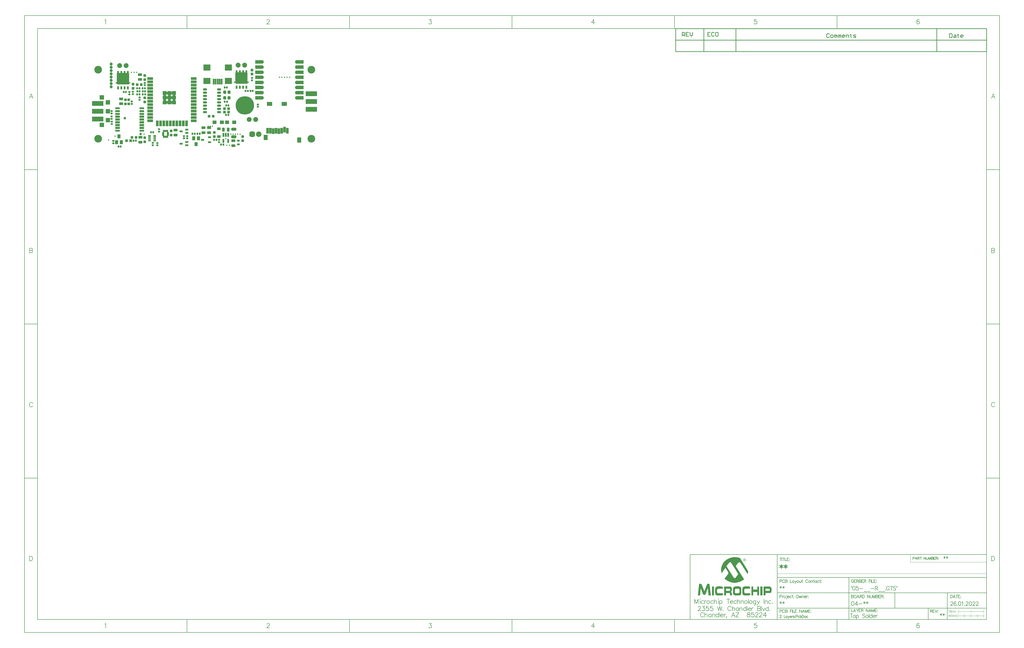
<source format=gts>
G04*
G04 #@! TF.GenerationSoftware,Altium Limited,Altium Designer,21.0.9 (235)*
G04*
G04 Layer_Color=8388736*
%FSLAX44Y44*%
%MOMM*%
G71*
G04*
G04 #@! TF.SameCoordinates,D83CB673-9EFF-4C90-BE85-E941A3A9D43F*
G04*
G04*
G04 #@! TF.FilePolarity,Negative*
G04*
G01*
G75*
%ADD10C,0.2000*%
%ADD11C,0.1270*%
%ADD12C,0.2540*%
%ADD14C,0.1778*%
%ADD15C,0.1500*%
%ADD16C,0.1000*%
%ADD17C,0.1800*%
%ADD18C,0.3500*%
%ADD55R,1.7500X1.7500*%
%ADD56R,1.7000X1.7500*%
%ADD57R,4.3910X1.9780*%
G04:AMPARAMS|DCode=58|XSize=1.1mm|YSize=1mm|CornerRadius=0.3mm|HoleSize=0mm|Usage=FLASHONLY|Rotation=180.000|XOffset=0mm|YOffset=0mm|HoleType=Round|Shape=RoundedRectangle|*
%AMROUNDEDRECTD58*
21,1,1.1000,0.4000,0,0,180.0*
21,1,0.5000,1.0000,0,0,180.0*
1,1,0.6000,-0.2500,0.2000*
1,1,0.6000,0.2500,0.2000*
1,1,0.6000,0.2500,-0.2000*
1,1,0.6000,-0.2500,-0.2000*
%
%ADD58ROUNDEDRECTD58*%
%ADD59R,0.7600X1.2600*%
%ADD60R,0.7600X1.0600*%
G04:AMPARAMS|DCode=61|XSize=0.75mm|YSize=0.8mm|CornerRadius=0.2375mm|HoleSize=0mm|Usage=FLASHONLY|Rotation=90.000|XOffset=0mm|YOffset=0mm|HoleType=Round|Shape=RoundedRectangle|*
%AMROUNDEDRECTD61*
21,1,0.7500,0.3250,0,0,90.0*
21,1,0.2750,0.8000,0,0,90.0*
1,1,0.4750,0.1625,0.1375*
1,1,0.4750,0.1625,-0.1375*
1,1,0.4750,-0.1625,-0.1375*
1,1,0.4750,-0.1625,0.1375*
%
%ADD61ROUNDEDRECTD61*%
%ADD62R,1.8000X0.8000*%
%ADD63R,3.0000X1.4000*%
G04:AMPARAMS|DCode=64|XSize=0.75mm|YSize=0.8mm|CornerRadius=0.2375mm|HoleSize=0mm|Usage=FLASHONLY|Rotation=180.000|XOffset=0mm|YOffset=0mm|HoleType=Round|Shape=RoundedRectangle|*
%AMROUNDEDRECTD64*
21,1,0.7500,0.3250,0,0,180.0*
21,1,0.2750,0.8000,0,0,180.0*
1,1,0.4750,-0.1375,0.1625*
1,1,0.4750,0.1375,0.1625*
1,1,0.4750,0.1375,-0.1625*
1,1,0.4750,-0.1375,-0.1625*
%
%ADD64ROUNDEDRECTD64*%
%ADD65R,1.2000X1.6000*%
%ADD66R,1.0000X1.0000*%
%ADD67R,1.0000X0.8000*%
%ADD68R,1.6500X1.4000*%
G04:AMPARAMS|DCode=69|XSize=1.6mm|YSize=1.1mm|CornerRadius=0.325mm|HoleSize=0mm|Usage=FLASHONLY|Rotation=270.000|XOffset=0mm|YOffset=0mm|HoleType=Round|Shape=RoundedRectangle|*
%AMROUNDEDRECTD69*
21,1,1.6000,0.4500,0,0,270.0*
21,1,0.9500,1.1000,0,0,270.0*
1,1,0.6500,-0.2250,-0.4750*
1,1,0.6500,-0.2250,0.4750*
1,1,0.6500,0.2250,0.4750*
1,1,0.6500,0.2250,-0.4750*
%
%ADD69ROUNDEDRECTD69*%
%ADD70R,1.4000X1.0500*%
G04:AMPARAMS|DCode=71|XSize=1.1mm|YSize=1mm|CornerRadius=0.3mm|HoleSize=0mm|Usage=FLASHONLY|Rotation=90.000|XOffset=0mm|YOffset=0mm|HoleType=Round|Shape=RoundedRectangle|*
%AMROUNDEDRECTD71*
21,1,1.1000,0.4000,0,0,90.0*
21,1,0.5000,1.0000,0,0,90.0*
1,1,0.6000,0.2000,0.2500*
1,1,0.6000,0.2000,-0.2500*
1,1,0.6000,-0.2000,-0.2500*
1,1,0.6000,-0.2000,0.2500*
%
%ADD71ROUNDEDRECTD71*%
%ADD72R,1.1500X0.6500*%
%ADD73R,0.7500X1.5000*%
G04:AMPARAMS|DCode=74|XSize=1.6mm|YSize=1.1mm|CornerRadius=0.325mm|HoleSize=0mm|Usage=FLASHONLY|Rotation=180.000|XOffset=0mm|YOffset=0mm|HoleType=Round|Shape=RoundedRectangle|*
%AMROUNDEDRECTD74*
21,1,1.6000,0.4500,0,0,180.0*
21,1,0.9500,1.1000,0,0,180.0*
1,1,0.6500,-0.4750,0.2250*
1,1,0.6500,0.4750,0.2250*
1,1,0.6500,0.4750,-0.2250*
1,1,0.6500,-0.4750,-0.2250*
%
%ADD74ROUNDEDRECTD74*%
G04:AMPARAMS|DCode=75|XSize=1.95mm|YSize=1.2mm|CornerRadius=0.35mm|HoleSize=0mm|Usage=FLASHONLY|Rotation=180.000|XOffset=0mm|YOffset=0mm|HoleType=Round|Shape=RoundedRectangle|*
%AMROUNDEDRECTD75*
21,1,1.9500,0.5000,0,0,180.0*
21,1,1.2500,1.2000,0,0,180.0*
1,1,0.7000,-0.6250,0.2500*
1,1,0.7000,0.6250,0.2500*
1,1,0.7000,0.6250,-0.2500*
1,1,0.7000,-0.6250,-0.2500*
%
%ADD75ROUNDEDRECTD75*%
%ADD76R,1.2000X0.8000*%
G04:AMPARAMS|DCode=77|XSize=0.81mm|YSize=0.55mm|CornerRadius=0.1875mm|HoleSize=0mm|Usage=FLASHONLY|Rotation=0.000|XOffset=0mm|YOffset=0mm|HoleType=Round|Shape=RoundedRectangle|*
%AMROUNDEDRECTD77*
21,1,0.8100,0.1750,0,0,0.0*
21,1,0.4350,0.5500,0,0,0.0*
1,1,0.3750,0.2175,-0.0875*
1,1,0.3750,-0.2175,-0.0875*
1,1,0.3750,-0.2175,0.0875*
1,1,0.3750,0.2175,0.0875*
%
%ADD77ROUNDEDRECTD77*%
G04:AMPARAMS|DCode=78|XSize=0.81mm|YSize=0.55mm|CornerRadius=0.1875mm|HoleSize=0mm|Usage=FLASHONLY|Rotation=270.000|XOffset=0mm|YOffset=0mm|HoleType=Round|Shape=RoundedRectangle|*
%AMROUNDEDRECTD78*
21,1,0.8100,0.1750,0,0,270.0*
21,1,0.4350,0.5500,0,0,270.0*
1,1,0.3750,-0.0875,-0.2175*
1,1,0.3750,-0.0875,0.2175*
1,1,0.3750,0.0875,0.2175*
1,1,0.3750,0.0875,-0.2175*
%
%ADD78ROUNDEDRECTD78*%
%ADD79R,1.0000X0.5500*%
%ADD80R,1.8000X0.7000*%
%ADD81R,1.6000X2.1000*%
%ADD82R,2.0000X1.6000*%
%ADD83R,1.0000X2.2000*%
%ADD84R,0.7000X2.2000*%
%ADD85R,2.7000X2.4000*%
%ADD86C,7.2000*%
%ADD87R,1.0000X1.0000*%
G04:AMPARAMS|DCode=88|XSize=1.3mm|YSize=1.18mm|CornerRadius=0.3597mm|HoleSize=0mm|Usage=FLASHONLY|Rotation=270.000|XOffset=0mm|YOffset=0mm|HoleType=Round|Shape=RoundedRectangle|*
%AMROUNDEDRECTD88*
21,1,1.3000,0.4606,0,0,270.0*
21,1,0.5806,1.1800,0,0,270.0*
1,1,0.7194,-0.2303,-0.2903*
1,1,0.7194,-0.2303,0.2903*
1,1,0.7194,0.2303,0.2903*
1,1,0.7194,0.2303,-0.2903*
%
%ADD88ROUNDEDRECTD88*%
G04:AMPARAMS|DCode=89|XSize=1.51mm|YSize=0.82mm|CornerRadius=0.1775mm|HoleSize=0mm|Usage=FLASHONLY|Rotation=180.000|XOffset=0mm|YOffset=0mm|HoleType=Round|Shape=RoundedRectangle|*
%AMROUNDEDRECTD89*
21,1,1.5100,0.4650,0,0,180.0*
21,1,1.1550,0.8200,0,0,180.0*
1,1,0.3550,-0.5775,0.2325*
1,1,0.3550,0.5775,0.2325*
1,1,0.3550,0.5775,-0.2325*
1,1,0.3550,-0.5775,-0.2325*
%
%ADD89ROUNDEDRECTD89*%
%ADD90R,1.5300X1.5300*%
%ADD91R,2.2000X1.1000*%
%ADD92R,1.1000X2.2000*%
%ADD93C,1.0000*%
G04:AMPARAMS|DCode=94|XSize=2.15mm|YSize=2.15mm|CornerRadius=0.5875mm|HoleSize=0mm|Usage=FLASHONLY|Rotation=0.000|XOffset=0mm|YOffset=0mm|HoleType=Round|Shape=RoundedRectangle|*
%AMROUNDEDRECTD94*
21,1,2.1500,0.9750,0,0,0.0*
21,1,0.9750,2.1500,0,0,0.0*
1,1,1.1750,0.4875,-0.4875*
1,1,1.1750,-0.4875,-0.4875*
1,1,1.1750,-0.4875,0.4875*
1,1,1.1750,0.4875,0.4875*
%
%ADD94ROUNDEDRECTD94*%
%ADD95C,2.1500*%
%ADD96C,1.9000*%
%ADD97P,2.0566X8X202.5*%
%ADD98C,1.4000*%
%ADD99C,1.2000*%
%ADD100C,3.0000*%
%ADD101C,0.2000*%
%ADD102C,0.9000*%
%ADD103C,0.5000*%
G36*
X647579Y299861D02*
X647701Y299853D01*
X647829Y299828D01*
X647953Y299785D01*
X648071Y299727D01*
X648136Y299684D01*
X648180Y299655D01*
X648226Y299614D01*
X648279Y299568D01*
X650079Y297768D01*
X650119Y297722D01*
X650165Y297670D01*
X650209Y297604D01*
X650238Y297561D01*
X650266Y297503D01*
X650296Y297443D01*
X650338Y297319D01*
X650364Y297190D01*
X650372Y297060D01*
X650372Y297060D01*
X650372Y297060D01*
X650372Y263662D01*
X653770Y263662D01*
X653901Y263653D01*
X654029Y263628D01*
X654154Y263585D01*
X654271Y263528D01*
X654380Y263455D01*
X654479Y263368D01*
X654565Y263270D01*
X654638Y263161D01*
X654696Y263043D01*
X654738Y262919D01*
X654764Y262790D01*
X654772Y262660D01*
X654772Y259160D01*
X654764Y259029D01*
X654738Y258900D01*
X654696Y258776D01*
X654638Y258659D01*
X654565Y258549D01*
X654479Y258451D01*
X654380Y258365D01*
X654271Y258292D01*
X654154Y258234D01*
X654029Y258192D01*
X653901Y258166D01*
X653770Y258158D01*
X650372Y258158D01*
X650372Y256110D01*
X650364Y255979D01*
X650338Y255850D01*
X650296Y255726D01*
X650238Y255609D01*
X650165Y255499D01*
X650079Y255401D01*
X649980Y255315D01*
X649871Y255242D01*
X649753Y255184D01*
X649629Y255142D01*
X649501Y255116D01*
X649370Y255107D01*
X606220Y255107D01*
X606089Y255116D01*
X605961Y255142D01*
X605836Y255184D01*
X605777Y255213D01*
X605719Y255242D01*
X605610Y255315D01*
X605511Y255401D01*
X602755Y258158D01*
X598770Y258158D01*
X598639Y258166D01*
X598511Y258192D01*
X598386Y258234D01*
X598269Y258292D01*
X598160Y258365D01*
X598061Y258451D01*
X597975Y258549D01*
X597902Y258659D01*
X597844Y258776D01*
X597802Y258900D01*
X597776Y259029D01*
X597768Y259160D01*
X597768Y262660D01*
X597776Y262790D01*
X597802Y262919D01*
X597844Y263043D01*
X597902Y263161D01*
X597975Y263270D01*
X598061Y263368D01*
X598160Y263455D01*
X598269Y263528D01*
X598386Y263585D01*
X598511Y263628D01*
X598639Y263653D01*
X598770Y263662D01*
X602168Y263662D01*
X602168Y297060D01*
X602177Y297190D01*
X602202Y297319D01*
X602244Y297443D01*
X602274Y297503D01*
X602302Y297561D01*
X602375Y297670D01*
X602461Y297768D01*
X604261Y299568D01*
X604360Y299655D01*
X604469Y299727D01*
X604586Y299785D01*
X604711Y299828D01*
X604839Y299853D01*
X604970Y299862D01*
X647570Y299862D01*
X647579Y299861D01*
X647579Y299861D02*
G37*
G36*
X184594Y297206D02*
X184716Y297199D01*
X184844Y297173D01*
X184969Y297131D01*
X185086Y297073D01*
X185152Y297029D01*
X185195Y297000D01*
X185241Y296960D01*
X185294Y296914D01*
X187094Y295114D01*
X187134Y295068D01*
X187180Y295015D01*
X187224Y294950D01*
X187253Y294906D01*
X187282Y294848D01*
X187311Y294788D01*
X187353Y294664D01*
X187379Y294536D01*
X187387Y294405D01*
X187387Y294405D01*
X187387Y294405D01*
X187387Y261007D01*
X190785Y261007D01*
X190916Y260998D01*
X191045Y260973D01*
X191169Y260931D01*
X191286Y260873D01*
X191395Y260800D01*
X191494Y260714D01*
X191580Y260615D01*
X191653Y260506D01*
X191711Y260389D01*
X191753Y260264D01*
X191779Y260136D01*
X191787Y260005D01*
X191787Y256505D01*
X191779Y256374D01*
X191753Y256246D01*
X191711Y256122D01*
X191653Y256004D01*
X191580Y255895D01*
X191494Y255796D01*
X191395Y255710D01*
X191286Y255637D01*
X191169Y255579D01*
X191045Y255537D01*
X190916Y255511D01*
X190785Y255503D01*
X187387Y255503D01*
X187387Y253455D01*
X187379Y253324D01*
X187353Y253196D01*
X187311Y253071D01*
X187253Y252954D01*
X187180Y252845D01*
X187094Y252746D01*
X186995Y252660D01*
X186886Y252587D01*
X186769Y252529D01*
X186644Y252487D01*
X186516Y252461D01*
X186385Y252453D01*
X143235Y252453D01*
X143104Y252461D01*
X142976Y252487D01*
X142852Y252529D01*
X142792Y252559D01*
X142734Y252587D01*
X142625Y252660D01*
X142527Y252746D01*
X139770Y255503D01*
X135785Y255503D01*
X135654Y255511D01*
X135526Y255537D01*
X135402Y255579D01*
X135284Y255637D01*
X135175Y255710D01*
X135077Y255796D01*
X134990Y255895D01*
X134917Y256004D01*
X134859Y256122D01*
X134817Y256246D01*
X134792Y256374D01*
X134783Y256505D01*
X134783Y260005D01*
X134792Y260136D01*
X134817Y260264D01*
X134859Y260389D01*
X134917Y260506D01*
X134990Y260615D01*
X135077Y260714D01*
X135175Y260800D01*
X135284Y260873D01*
X135402Y260931D01*
X135526Y260973D01*
X135654Y260998D01*
X135785Y261007D01*
X139183Y261007D01*
X139183Y294405D01*
X139192Y294536D01*
X139217Y294664D01*
X139259Y294788D01*
X139289Y294848D01*
X139317Y294906D01*
X139390Y295015D01*
X139476Y295114D01*
X141277Y296914D01*
X141375Y297000D01*
X141484Y297073D01*
X141602Y297131D01*
X141726Y297173D01*
X141854Y297199D01*
X141985Y297207D01*
X184585Y297207D01*
X184594Y297206D01*
X184594Y297206D02*
G37*
G36*
X246500Y155500D02*
X228500Y155500D01*
X228500Y162500D01*
X246500Y162500D01*
X246500Y155500D01*
X246500Y155500D02*
G37*
G36*
X151500Y155500D02*
X133500Y155500D01*
X133500Y162500D01*
X151500Y162500D01*
X151500Y155500D01*
X151500Y155500D02*
G37*
G36*
X246500Y144000D02*
X228500Y144000D01*
X228500Y152000D01*
X246500Y152000D01*
X246500Y144000D01*
X246500Y144000D02*
G37*
G36*
X151500Y144000D02*
X133500Y144000D01*
X133500Y152000D01*
X151500Y152000D01*
X151500Y144000D01*
X151500Y144000D02*
G37*
G36*
X246500Y133000D02*
X228500Y133000D01*
X228500Y141000D01*
X246500Y141000D01*
X246500Y133000D01*
X246500Y133000D02*
G37*
G36*
X151500Y133000D02*
X133500Y133000D01*
X133500Y141000D01*
X151500Y141000D01*
X151500Y133000D01*
X151500Y133000D02*
G37*
G36*
X246500Y122000D02*
X228500Y122000D01*
X228500Y130000D01*
X246500Y130000D01*
X246500Y122000D01*
X246500Y122000D02*
G37*
G36*
X151500Y122000D02*
X133500Y122000D01*
X133500Y130000D01*
X151500Y130000D01*
X151500Y122000D01*
X151500Y122000D02*
G37*
G36*
X246500Y111000D02*
X228500Y111000D01*
X228500Y119000D01*
X246500Y119000D01*
X246500Y111000D01*
X246500Y111000D02*
G37*
G36*
X151500Y111000D02*
X133500Y111000D01*
X133500Y119000D01*
X151500Y119000D01*
X151500Y111000D01*
X151500Y111000D02*
G37*
G36*
X246500Y100000D02*
X228500Y100000D01*
X228500Y108000D01*
X246500Y108000D01*
X246500Y100000D01*
X246500Y100000D02*
G37*
G36*
X151500Y100000D02*
X133500Y100000D01*
X133500Y108000D01*
X151500Y108000D01*
X151500Y100000D01*
X151500Y100000D02*
G37*
G36*
X246500Y89000D02*
X228500Y89000D01*
X228500Y97000D01*
X246500Y97000D01*
X246500Y89000D01*
X246500Y89000D02*
G37*
G36*
X151500Y89000D02*
X133500Y89000D01*
X133500Y97000D01*
X151500Y97000D01*
X151500Y89000D01*
X151500Y89000D02*
G37*
G36*
X246500Y78000D02*
X228500Y78000D01*
X228500Y86000D01*
X246500Y86000D01*
X246500Y78000D01*
X246500Y78000D02*
G37*
G36*
X151500Y78000D02*
X133500Y78000D01*
X133500Y86000D01*
X151500Y86000D01*
X151500Y78000D01*
X151500Y78000D02*
G37*
G36*
X246500Y67500D02*
X228500Y67500D01*
X228500Y74500D01*
X246500Y74500D01*
X246500Y67500D01*
X246500Y67500D02*
G37*
G36*
X151500Y67500D02*
X133500Y67500D01*
X133500Y74500D01*
X151500Y74500D01*
X151500Y67500D01*
X151500Y67500D02*
G37*
G36*
X2593426Y-1601897D02*
X2594273Y-1602179D01*
X2595402Y-1602602D01*
X2596389Y-1603166D01*
X2597236Y-1604154D01*
X2597800Y-1605565D01*
X2598082Y-1607258D01*
X2598082Y-1607540D01*
X2597941Y-1608105D01*
X2597800Y-1609093D01*
X2597377Y-1610080D01*
X2596813Y-1611209D01*
X2595825Y-1612056D01*
X2594414Y-1612761D01*
X2592580Y-1613043D01*
X2592156Y-1613043D01*
X2591733Y-1612902D01*
X2591169Y-1612761D01*
X2589758Y-1612338D01*
X2589052Y-1611914D01*
X2588347Y-1611350D01*
X2588347Y-1611209D01*
X2588065Y-1611068D01*
X2587500Y-1610221D01*
X2586936Y-1608951D01*
X2586795Y-1608105D01*
X2586654Y-1607258D01*
X2586654Y-1607117D01*
X2586654Y-1606835D01*
X2586795Y-1606412D01*
X2586936Y-1605988D01*
X2587500Y-1604718D01*
X2587923Y-1604013D01*
X2588488Y-1603449D01*
X2588629Y-1603307D01*
X2588770Y-1603166D01*
X2589617Y-1602602D01*
X2590887Y-1602038D01*
X2591733Y-1601755D01*
X2592862Y-1601755D01*
X2593426Y-1601897D01*
X2593426Y-1601897D02*
G37*
G36*
X2557305Y-1596958D02*
X2558434Y-1597099D01*
X2559845Y-1597099D01*
X2561256Y-1597381D01*
X2564501Y-1597805D01*
X2568029Y-1598651D01*
X2571556Y-1599639D01*
X2575084Y-1601050D01*
X2606689Y-1651422D01*
X2606689Y-1651563D01*
X2606689Y-1651845D01*
X2606548Y-1652409D01*
X2606548Y-1652974D01*
X2606407Y-1653820D01*
X2606266Y-1654808D01*
X2605843Y-1656924D01*
X2605843Y-1657065D01*
X2605702Y-1657489D01*
X2605561Y-1658053D01*
X2605420Y-1658759D01*
X2605137Y-1659746D01*
X2604855Y-1660734D01*
X2604149Y-1663133D01*
X2576636Y-1620098D01*
X2576495Y-1619957D01*
X2576353Y-1619534D01*
X2575789Y-1618969D01*
X2575225Y-1618405D01*
X2574519Y-1617841D01*
X2573673Y-1617276D01*
X2572826Y-1616853D01*
X2571697Y-1616712D01*
X2571274Y-1616712D01*
X2570851Y-1616853D01*
X2570286Y-1617135D01*
X2569581Y-1617558D01*
X2568734Y-1618123D01*
X2568029Y-1618828D01*
X2567182Y-1619957D01*
X2558011Y-1632515D01*
X2590322Y-1683451D01*
X2590181Y-1683592D01*
X2589617Y-1684015D01*
X2588770Y-1684720D01*
X2587641Y-1685567D01*
X2586089Y-1686696D01*
X2584255Y-1687825D01*
X2582280Y-1689095D01*
X2579881Y-1690364D01*
X2577341Y-1691634D01*
X2574378Y-1692904D01*
X2571415Y-1694033D01*
X2568029Y-1695162D01*
X2564501Y-1696008D01*
X2560833Y-1696714D01*
X2557023Y-1697137D01*
X2552931Y-1697278D01*
X2551944Y-1697278D01*
X2550815Y-1697137D01*
X2549263Y-1696996D01*
X2547287Y-1696714D01*
X2545030Y-1696431D01*
X2542631Y-1695867D01*
X2539809Y-1695162D01*
X2536987Y-1694315D01*
X2533883Y-1693186D01*
X2530638Y-1691916D01*
X2527393Y-1690364D01*
X2524148Y-1688389D01*
X2520902Y-1686272D01*
X2517798Y-1683733D01*
X2514694Y-1680770D01*
X2528380Y-1661863D01*
X2528522Y-1661722D01*
X2528663Y-1661157D01*
X2528945Y-1660311D01*
X2529086Y-1659605D01*
X2529227Y-1658759D01*
X2529227Y-1658476D01*
X2529086Y-1657771D01*
X2528663Y-1656501D01*
X2527816Y-1654949D01*
X2517657Y-1639005D01*
X2502560Y-1660029D01*
X2502560Y-1659887D01*
X2502419Y-1659746D01*
X2502278Y-1658900D01*
X2501995Y-1657630D01*
X2501713Y-1655937D01*
X2501290Y-1653820D01*
X2501008Y-1651563D01*
X2500867Y-1648882D01*
X2500726Y-1646201D01*
X2500726Y-1645919D01*
X2500726Y-1645354D01*
X2500867Y-1644226D01*
X2501008Y-1642956D01*
X2501149Y-1641263D01*
X2501431Y-1639287D01*
X2501995Y-1637030D01*
X2502560Y-1634631D01*
X2503265Y-1632091D01*
X2504253Y-1629269D01*
X2505523Y-1626447D01*
X2506793Y-1623625D01*
X2508486Y-1620804D01*
X2510461Y-1617841D01*
X2512719Y-1615019D01*
X2515258Y-1612338D01*
X2515400Y-1612197D01*
X2515964Y-1611632D01*
X2516811Y-1610927D01*
X2518080Y-1609939D01*
X2519633Y-1608669D01*
X2521467Y-1607399D01*
X2523583Y-1605988D01*
X2525982Y-1604577D01*
X2528663Y-1603166D01*
X2531626Y-1601755D01*
X2534871Y-1600345D01*
X2538257Y-1599216D01*
X2541926Y-1598228D01*
X2545876Y-1597522D01*
X2549968Y-1596958D01*
X2554342Y-1596817D01*
X2556318Y-1596817D01*
X2557305Y-1596958D01*
X2557305Y-1596958D02*
G37*
G36*
X2609793Y-1711529D02*
X2610499Y-1711670D01*
X2611064Y-1711811D01*
X2611205Y-1711811D01*
X2611487Y-1711952D01*
X2612474Y-1712375D01*
X2613039Y-1712940D01*
X2613462Y-1713504D01*
X2613885Y-1714210D01*
X2614167Y-1715197D01*
X2614167Y-1715338D01*
X2614308Y-1715480D01*
X2614308Y-1715903D01*
X2614450Y-1716608D01*
X2614450Y-1717314D01*
X2614591Y-1718302D01*
X2614591Y-1719430D01*
X2614591Y-1720700D01*
X2595684Y-1720277D01*
X2595543Y-1720277D01*
X2594978Y-1720418D01*
X2594273Y-1720559D01*
X2593567Y-1721124D01*
X2592721Y-1721829D01*
X2592015Y-1723099D01*
X2591733Y-1723945D01*
X2591451Y-1724933D01*
X2591310Y-1725921D01*
X2591310Y-1727191D01*
X2591310Y-1731000D01*
X2591310Y-1731141D01*
X2591310Y-1731283D01*
X2591451Y-1732129D01*
X2591592Y-1733117D01*
X2591874Y-1734387D01*
X2592297Y-1735656D01*
X2593144Y-1736785D01*
X2594132Y-1737632D01*
X2594837Y-1737773D01*
X2595543Y-1737914D01*
X2614873Y-1737914D01*
X2614873Y-1738196D01*
X2614873Y-1738761D01*
X2614873Y-1739748D01*
X2614732Y-1740877D01*
X2614591Y-1742006D01*
X2614450Y-1743135D01*
X2614167Y-1744122D01*
X2613744Y-1744828D01*
X2613744Y-1744969D01*
X2613462Y-1745110D01*
X2613039Y-1745392D01*
X2612474Y-1745674D01*
X2611628Y-1746098D01*
X2610499Y-1746380D01*
X2609088Y-1746521D01*
X2607395Y-1746662D01*
X2593285Y-1746662D01*
X2592156Y-1746521D01*
X2590746Y-1746239D01*
X2589334Y-1745815D01*
X2587782Y-1745110D01*
X2586512Y-1744263D01*
X2585525Y-1742993D01*
X2585525Y-1742852D01*
X2585243Y-1742429D01*
X2584960Y-1741724D01*
X2584678Y-1740877D01*
X2584396Y-1739607D01*
X2584114Y-1738196D01*
X2583973Y-1736362D01*
X2583831Y-1734387D01*
X2583831Y-1723945D01*
X2583831Y-1723804D01*
X2583831Y-1723522D01*
X2583831Y-1723099D01*
X2583973Y-1722534D01*
X2584114Y-1721124D01*
X2584396Y-1719289D01*
X2584819Y-1717455D01*
X2585666Y-1715621D01*
X2586654Y-1714069D01*
X2587359Y-1713363D01*
X2588065Y-1712799D01*
X2588206Y-1712799D01*
X2588488Y-1712517D01*
X2588911Y-1712375D01*
X2589617Y-1712093D01*
X2590463Y-1711811D01*
X2591592Y-1711670D01*
X2592862Y-1711388D01*
X2608100Y-1711388D01*
X2609793Y-1711529D01*
X2609793Y-1711529D02*
G37*
G36*
X2649019Y-1746380D02*
X2641823Y-1746380D01*
X2641823Y-1733258D01*
X2626161Y-1733258D01*
X2626161Y-1746380D01*
X2619388Y-1746380D01*
X2619388Y-1711811D01*
X2626161Y-1711811D01*
X2626161Y-1723945D01*
X2641823Y-1723945D01*
X2641823Y-1711811D01*
X2649019Y-1711811D01*
X2649019Y-1746380D01*
X2649019Y-1746380D02*
G37*
G36*
X2452047Y-1700523D02*
X2452753Y-1700664D01*
X2453599Y-1701088D01*
X2454305Y-1701652D01*
X2455010Y-1702640D01*
X2455716Y-1703910D01*
X2455998Y-1705744D01*
X2460654Y-1746380D01*
X2451906Y-1746380D01*
X2449507Y-1717173D01*
X2449366Y-1717173D01*
X2440477Y-1740595D01*
X2440477Y-1740736D01*
X2440195Y-1741159D01*
X2439772Y-1741865D01*
X2439207Y-1742570D01*
X2438502Y-1743276D01*
X2437655Y-1743981D01*
X2436667Y-1744404D01*
X2435398Y-1744546D01*
X2434833Y-1744546D01*
X2434128Y-1744263D01*
X2433281Y-1743981D01*
X2432294Y-1743558D01*
X2431447Y-1742852D01*
X2430741Y-1741865D01*
X2430036Y-1740595D01*
X2421147Y-1717596D01*
X2421006Y-1717596D01*
X2418466Y-1746380D01*
X2410000Y-1746380D01*
X2414374Y-1705321D01*
X2414374Y-1705038D01*
X2414515Y-1704474D01*
X2414797Y-1703769D01*
X2415221Y-1702781D01*
X2415785Y-1701934D01*
X2416632Y-1701088D01*
X2417760Y-1700523D01*
X2419030Y-1700382D01*
X2419736Y-1700382D01*
X2420582Y-1700664D01*
X2421570Y-1700947D01*
X2422558Y-1701511D01*
X2423687Y-1702358D01*
X2424533Y-1703486D01*
X2425380Y-1705038D01*
X2435257Y-1730154D01*
X2435398Y-1730154D01*
X2445274Y-1705038D01*
X2445415Y-1704897D01*
X2445557Y-1704333D01*
X2446121Y-1703627D01*
X2446685Y-1702640D01*
X2447532Y-1701793D01*
X2448661Y-1701088D01*
X2449931Y-1700523D01*
X2451483Y-1700382D01*
X2451624Y-1700382D01*
X2452047Y-1700523D01*
X2452047Y-1700523D02*
G37*
G36*
X2690360Y-1711952D02*
X2691489Y-1712093D01*
X2692758Y-1712517D01*
X2694170Y-1713222D01*
X2695439Y-1714210D01*
X2696568Y-1715621D01*
X2697415Y-1717596D01*
X2697415Y-1717737D01*
X2697556Y-1718019D01*
X2697556Y-1718584D01*
X2697697Y-1719289D01*
X2697838Y-1720136D01*
X2697838Y-1721124D01*
X2697979Y-1722393D01*
X2697979Y-1723663D01*
X2697979Y-1726344D01*
X2697979Y-1726626D01*
X2697979Y-1727332D01*
X2697838Y-1728461D01*
X2697697Y-1729730D01*
X2697415Y-1731283D01*
X2697133Y-1732835D01*
X2696568Y-1734104D01*
X2695863Y-1735374D01*
X2695863Y-1735515D01*
X2695580Y-1735656D01*
X2695157Y-1736080D01*
X2694734Y-1736503D01*
X2694028Y-1736926D01*
X2693182Y-1737209D01*
X2692335Y-1737491D01*
X2691206Y-1737632D01*
X2673993Y-1737632D01*
X2673993Y-1746380D01*
X2666938Y-1746380D01*
X2666938Y-1711811D01*
X2689655Y-1711811D01*
X2690360Y-1711952D01*
X2690360Y-1711952D02*
G37*
G36*
X2662281Y-1746380D02*
X2654098Y-1746380D01*
X2654098Y-1711811D01*
X2662281Y-1711811D01*
X2662281Y-1746380D01*
X2662281Y-1746380D02*
G37*
G36*
X2537270Y-1711952D02*
X2538398Y-1712375D01*
X2539668Y-1713081D01*
X2540233Y-1713645D01*
X2540938Y-1714351D01*
X2541503Y-1715197D01*
X2541926Y-1716185D01*
X2542490Y-1717314D01*
X2542772Y-1718725D01*
X2542914Y-1720277D01*
X2543055Y-1722111D01*
X2543055Y-1724228D01*
X2543055Y-1724369D01*
X2543055Y-1724510D01*
X2543055Y-1725356D01*
X2542914Y-1726626D01*
X2542631Y-1728037D01*
X2542067Y-1729448D01*
X2541361Y-1730859D01*
X2540374Y-1731988D01*
X2539104Y-1732835D01*
X2539104Y-1732976D01*
X2539245Y-1732976D01*
X2539668Y-1733258D01*
X2540374Y-1733681D01*
X2541079Y-1734387D01*
X2541785Y-1735374D01*
X2542490Y-1736644D01*
X2542914Y-1738337D01*
X2543055Y-1740595D01*
X2543055Y-1746380D01*
X2535718Y-1746380D01*
X2535718Y-1742288D01*
X2535718Y-1742147D01*
X2535718Y-1741865D01*
X2535718Y-1741300D01*
X2535718Y-1740736D01*
X2535576Y-1739607D01*
X2535576Y-1739043D01*
X2535435Y-1738620D01*
X2535294Y-1738478D01*
X2534871Y-1737914D01*
X2534165Y-1737491D01*
X2532896Y-1737350D01*
X2520056Y-1737350D01*
X2520056Y-1746380D01*
X2512719Y-1746380D01*
X2512719Y-1711811D01*
X2536423Y-1711811D01*
X2537270Y-1711952D01*
X2537270Y-1711952D02*
G37*
G36*
X2473071Y-1746380D02*
X2465028Y-1746380D01*
X2465028Y-1711811D01*
X2473071Y-1711811D01*
X2473071Y-1746380D01*
X2473071Y-1746380D02*
G37*
G36*
X2571556Y-1711529D02*
X2572826Y-1711811D01*
X2574096Y-1712093D01*
X2575507Y-1712658D01*
X2576636Y-1713504D01*
X2577623Y-1714492D01*
X2577765Y-1714633D01*
X2578047Y-1715056D01*
X2578329Y-1715762D01*
X2578752Y-1716750D01*
X2579175Y-1718161D01*
X2579599Y-1719713D01*
X2579740Y-1721547D01*
X2579881Y-1723804D01*
X2579881Y-1734245D01*
X2579881Y-1734387D01*
X2579881Y-1734669D01*
X2579881Y-1735092D01*
X2579740Y-1735798D01*
X2579599Y-1737350D01*
X2579316Y-1739325D01*
X2578611Y-1741300D01*
X2577765Y-1743276D01*
X2576495Y-1744828D01*
X2575648Y-1745533D01*
X2574801Y-1745957D01*
X2574660Y-1745957D01*
X2574378Y-1746098D01*
X2573955Y-1746239D01*
X2573391Y-1746239D01*
X2572685Y-1746380D01*
X2571838Y-1746521D01*
X2569581Y-1746662D01*
X2556882Y-1746662D01*
X2555753Y-1746521D01*
X2554483Y-1746239D01*
X2553073Y-1745815D01*
X2551662Y-1745251D01*
X2550392Y-1744404D01*
X2549263Y-1743276D01*
X2549122Y-1743135D01*
X2548981Y-1742711D01*
X2548698Y-1742006D01*
X2548416Y-1741018D01*
X2547993Y-1739889D01*
X2547711Y-1738337D01*
X2547570Y-1736362D01*
X2547429Y-1734245D01*
X2547429Y-1723804D01*
X2547429Y-1723663D01*
X2547429Y-1723381D01*
X2547429Y-1722817D01*
X2547570Y-1722111D01*
X2547711Y-1720418D01*
X2548134Y-1718443D01*
X2548840Y-1716326D01*
X2549968Y-1714492D01*
X2550674Y-1713645D01*
X2551379Y-1712940D01*
X2552367Y-1712375D01*
X2553355Y-1711952D01*
X2553496Y-1711952D01*
X2553637Y-1711811D01*
X2554060Y-1711811D01*
X2554625Y-1711670D01*
X2556035Y-1711529D01*
X2557870Y-1711388D01*
X2570569Y-1711388D01*
X2571556Y-1711529D01*
X2571556Y-1711529D02*
G37*
G36*
X2500867Y-1711529D02*
X2502560Y-1711529D01*
X2504112Y-1711670D01*
X2505382Y-1711952D01*
X2505805Y-1712093D01*
X2506087Y-1712234D01*
X2506228Y-1712234D01*
X2506369Y-1712517D01*
X2506652Y-1712940D01*
X2507075Y-1713645D01*
X2507498Y-1714633D01*
X2507780Y-1716044D01*
X2507921Y-1717878D01*
X2508062Y-1720277D01*
X2489014Y-1720277D01*
X2488168Y-1720418D01*
X2487180Y-1720841D01*
X2486192Y-1721688D01*
X2486051Y-1721970D01*
X2485910Y-1722252D01*
X2485628Y-1722817D01*
X2485487Y-1723522D01*
X2485205Y-1724510D01*
X2485064Y-1725780D01*
X2485064Y-1727191D01*
X2485064Y-1731000D01*
X2485064Y-1731141D01*
X2485064Y-1731706D01*
X2485064Y-1732411D01*
X2485205Y-1733117D01*
X2485346Y-1734951D01*
X2485487Y-1735656D01*
X2485628Y-1736221D01*
X2485769Y-1736503D01*
X2486334Y-1737068D01*
X2486898Y-1737350D01*
X2487462Y-1737632D01*
X2488309Y-1737773D01*
X2489155Y-1737914D01*
X2508486Y-1737914D01*
X2508486Y-1738196D01*
X2508486Y-1738761D01*
X2508486Y-1739607D01*
X2508345Y-1740595D01*
X2508062Y-1742852D01*
X2507780Y-1743840D01*
X2507498Y-1744546D01*
X2507498Y-1744687D01*
X2507216Y-1744828D01*
X2506793Y-1745251D01*
X2506228Y-1745533D01*
X2505241Y-1745957D01*
X2504112Y-1746380D01*
X2502701Y-1746521D01*
X2501008Y-1746662D01*
X2487039Y-1746662D01*
X2486051Y-1746521D01*
X2484781Y-1746239D01*
X2483371Y-1745957D01*
X2481960Y-1745533D01*
X2480690Y-1744828D01*
X2479702Y-1743840D01*
X2479561Y-1743699D01*
X2479420Y-1743276D01*
X2478997Y-1742570D01*
X2478573Y-1741583D01*
X2478150Y-1740313D01*
X2477868Y-1738620D01*
X2477586Y-1736644D01*
X2477444Y-1734245D01*
X2477444Y-1723804D01*
X2477444Y-1723663D01*
X2477444Y-1723381D01*
X2477444Y-1722817D01*
X2477586Y-1722111D01*
X2477868Y-1720277D01*
X2478291Y-1718161D01*
X2479138Y-1716044D01*
X2480408Y-1714069D01*
X2481254Y-1713222D01*
X2482242Y-1712517D01*
X2483230Y-1711952D01*
X2484499Y-1711670D01*
X2484781Y-1711670D01*
X2485487Y-1711529D01*
X2486616Y-1711388D01*
X2499173Y-1711388D01*
X2500867Y-1711529D01*
X2500867Y-1711529D02*
G37*
%LPC*%
G36*
X2592580Y-1602743D02*
X2591874Y-1602743D01*
X2591028Y-1603025D01*
X2590181Y-1603307D01*
X2589193Y-1603872D01*
X2588488Y-1604577D01*
X2587923Y-1605706D01*
X2587641Y-1607258D01*
X2587641Y-1607399D01*
X2587641Y-1607540D01*
X2587782Y-1608387D01*
X2588206Y-1609516D01*
X2589052Y-1610786D01*
X2589334Y-1611068D01*
X2590040Y-1611491D01*
X2591169Y-1611914D01*
X2592580Y-1612197D01*
X2592721Y-1612197D01*
X2593285Y-1612056D01*
X2593990Y-1611914D01*
X2594978Y-1611632D01*
X2595825Y-1610927D01*
X2596530Y-1610080D01*
X2597095Y-1608951D01*
X2597236Y-1607258D01*
X2597236Y-1607117D01*
X2597236Y-1606553D01*
X2596954Y-1605847D01*
X2596671Y-1605001D01*
X2596107Y-1604154D01*
X2595261Y-1603449D01*
X2594132Y-1602884D01*
X2592580Y-1602743D01*
X2592580Y-1602743D02*
G37*
%LPD*%
G36*
X2593849Y-1604295D02*
X2594555Y-1604860D01*
X2594837Y-1605283D01*
X2594978Y-1605988D01*
X2594978Y-1606129D01*
X2594978Y-1606270D01*
X2594837Y-1606976D01*
X2594273Y-1607540D01*
X2593849Y-1607823D01*
X2593285Y-1607964D01*
X2595119Y-1610786D01*
X2593990Y-1610786D01*
X2592297Y-1607964D01*
X2591169Y-1607964D01*
X2591169Y-1610786D01*
X2590181Y-1610786D01*
X2590181Y-1604013D01*
X2593003Y-1604013D01*
X2593849Y-1604295D01*
X2593849Y-1604295D02*
G37*
%LPC*%
G36*
X2592862Y-1605001D02*
X2591169Y-1605001D01*
X2591169Y-1607117D01*
X2593003Y-1607117D01*
X2593426Y-1606976D01*
X2593708Y-1606694D01*
X2593849Y-1605988D01*
X2593849Y-1605847D01*
X2593708Y-1605424D01*
X2593426Y-1605142D01*
X2592862Y-1605001D01*
X2592862Y-1605001D02*
G37*
G36*
X2536000Y-1616571D02*
X2535576Y-1616571D01*
X2535012Y-1616712D01*
X2534448Y-1616994D01*
X2533742Y-1617417D01*
X2532896Y-1617982D01*
X2532049Y-1618687D01*
X2531203Y-1619816D01*
X2522313Y-1632374D01*
X2549263Y-1675126D01*
X2549404Y-1675267D01*
X2549686Y-1675690D01*
X2550110Y-1676396D01*
X2550674Y-1676960D01*
X2551379Y-1677666D01*
X2552226Y-1678371D01*
X2552931Y-1678794D01*
X2553778Y-1678936D01*
X2554201Y-1678936D01*
X2554766Y-1678794D01*
X2555330Y-1678512D01*
X2556035Y-1678230D01*
X2556882Y-1677807D01*
X2557729Y-1677101D01*
X2558434Y-1676114D01*
X2567888Y-1662568D01*
X2540797Y-1619957D01*
X2540656Y-1619816D01*
X2540374Y-1619393D01*
X2539951Y-1618828D01*
X2539386Y-1618264D01*
X2538681Y-1617699D01*
X2537834Y-1617135D01*
X2536987Y-1616712D01*
X2536000Y-1616571D01*
X2536000Y-1616571D02*
G37*
G36*
X2687679Y-1720136D02*
X2673993Y-1720136D01*
X2673993Y-1728884D01*
X2688526Y-1728884D01*
X2688808Y-1728743D01*
X2689231Y-1728461D01*
X2689655Y-1728037D01*
X2690078Y-1727332D01*
X2690219Y-1726485D01*
X2690360Y-1725356D01*
X2690360Y-1723945D01*
X2690360Y-1723804D01*
X2690360Y-1723381D01*
X2690219Y-1722676D01*
X2690078Y-1721970D01*
X2689655Y-1721406D01*
X2689231Y-1720700D01*
X2688526Y-1720277D01*
X2687679Y-1720136D01*
X2687679Y-1720136D02*
G37*
G36*
X2532613Y-1720136D02*
X2520056Y-1720136D01*
X2520056Y-1728743D01*
X2533742Y-1728743D01*
X2534165Y-1728602D01*
X2534730Y-1728320D01*
X2535294Y-1727896D01*
X2535718Y-1727191D01*
X2536000Y-1726344D01*
X2536141Y-1725074D01*
X2536141Y-1723945D01*
X2536141Y-1723804D01*
X2536141Y-1723381D01*
X2536000Y-1722676D01*
X2535718Y-1721970D01*
X2535294Y-1721406D01*
X2534589Y-1720700D01*
X2533742Y-1720277D01*
X2532613Y-1720136D01*
X2532613Y-1720136D02*
G37*
G36*
X2568593Y-1720136D02*
X2558999Y-1720136D01*
X2558152Y-1720277D01*
X2557023Y-1720841D01*
X2556459Y-1721124D01*
X2556035Y-1721688D01*
X2555894Y-1721970D01*
X2555753Y-1722393D01*
X2555471Y-1722958D01*
X2555330Y-1723663D01*
X2555048Y-1724651D01*
X2554907Y-1725780D01*
X2554907Y-1727191D01*
X2554907Y-1731000D01*
X2554907Y-1731141D01*
X2554907Y-1731706D01*
X2554907Y-1732270D01*
X2555048Y-1733117D01*
X2555189Y-1734951D01*
X2555330Y-1735798D01*
X2555612Y-1736503D01*
X2555753Y-1736785D01*
X2556318Y-1737209D01*
X2557305Y-1737632D01*
X2558011Y-1737914D01*
X2568311Y-1737914D01*
X2568875Y-1737773D01*
X2569581Y-1737491D01*
X2570428Y-1737068D01*
X2571274Y-1736221D01*
X2571979Y-1734951D01*
X2572262Y-1734245D01*
X2572544Y-1733258D01*
X2572685Y-1732270D01*
X2572685Y-1731000D01*
X2572685Y-1727191D01*
X2572685Y-1727050D01*
X2572685Y-1726485D01*
X2572685Y-1725921D01*
X2572544Y-1725074D01*
X2572121Y-1723240D01*
X2571697Y-1722393D01*
X2571274Y-1721688D01*
X2571274Y-1721547D01*
X2570992Y-1721406D01*
X2570286Y-1720841D01*
X2569299Y-1720418D01*
X2568593Y-1720136D01*
X2568593Y-1720136D02*
G37*
%LPD*%
D10*
X3373571Y-1593883D02*
X3373571Y-1602453D01*
X3370000Y-1596025D02*
X3377142Y-1600310D01*
X3377142Y-1596025D02*
X3370000Y-1600310D01*
X3383783Y-1593883D02*
X3383783Y-1602453D01*
X3380212Y-1596025D02*
X3387354Y-1600310D01*
X3387354Y-1596025D02*
X3380212Y-1600310D01*
D11*
X3310000Y-1840580D02*
X3310000Y-1796380D01*
X3000000Y-1840580D02*
X3000000Y-1676380D01*
X3180000Y-1796380D02*
X3180000Y-1736380D01*
X3385000Y-1840580D02*
X3385000Y-1736380D01*
X2380000Y-1840580D02*
X2380000Y-1586380D01*
X2720000Y-1840580D02*
X2720000Y-1586380D01*
X3538200Y-1840580D02*
X3538200Y-1586380D01*
X2380000Y-1840580D02*
X3538200Y-1840580D01*
X2720000Y-1796380D02*
X3538200Y-1796380D01*
X2720000Y-1736380D02*
X3538200Y-1736380D01*
X2720000Y-1676380D02*
X3538200Y-1676380D01*
X2380000Y-1586380D02*
X3538200Y-1586380D01*
X2039600Y-1840580D02*
X2395200Y-1840580D01*
X414000Y-1891380D02*
X414000Y-1840580D01*
X-221000Y-1288130D02*
X-170200Y-1288130D01*
X-221000Y-684880D02*
X-170200Y-684880D01*
X-221000Y-81630D02*
X-170200Y-81630D01*
X-170200Y-1840580D02*
X3538200Y-1840580D01*
X-170200Y-1840580D02*
X-170200Y470820D01*
X-221000Y-1891380D02*
X3589000Y-1891380D01*
X-221000Y-1891380D02*
X-221000Y521620D01*
X3538200Y-1840580D02*
X3538200Y-1535780D01*
X1049000Y-1891380D02*
X1049000Y-1840580D01*
X1684000Y-1891380D02*
X1684000Y-1840580D01*
X2319000Y-1891380D02*
X2319000Y-1840580D01*
X2954000Y-1891380D02*
X2954000Y-1840580D01*
X3538200Y-1288130D02*
X3589000Y-1288130D01*
X3538200Y-684880D02*
X3589000Y-684880D01*
X3538200Y-81630D02*
X3589000Y-81630D01*
X3589000Y-1891380D02*
X3589000Y521620D01*
X3538200Y-1840580D02*
X3538200Y470820D01*
X414000Y470820D02*
X414000Y521620D01*
X-221000Y521620D02*
X3589000Y521620D01*
X-170200Y470820D02*
X3538200Y470820D01*
X1049000Y470820D02*
X1049000Y521620D01*
X1684000Y470820D02*
X1684000Y521620D01*
X2319000Y470820D02*
X2319000Y521620D01*
X2954000Y470820D02*
X2954000Y521620D01*
X3010000Y-1799952D02*
X3010000Y-1811380D01*
X3016530Y-1811380D01*
X3026489Y-1811380D02*
X3022135Y-1799952D01*
X3017782Y-1811380D01*
X3019414Y-1807571D02*
X3024856Y-1807571D01*
X3029155Y-1799952D02*
X3033508Y-1805394D01*
X3033508Y-1811380D01*
X3037862Y-1799952D02*
X3033508Y-1805394D01*
X3046405Y-1799952D02*
X3039331Y-1799952D01*
X3039331Y-1811380D01*
X3046405Y-1811380D01*
X3039331Y-1805394D02*
X3043684Y-1805394D01*
X3048310Y-1799952D02*
X3048310Y-1811380D01*
X3048310Y-1799952D02*
X3053207Y-1799952D01*
X3054840Y-1800497D01*
X3055384Y-1801041D01*
X3055928Y-1802129D01*
X3055928Y-1803217D01*
X3055384Y-1804306D01*
X3054840Y-1804850D01*
X3053207Y-1805394D01*
X3048310Y-1805394D01*
X3052119Y-1805394D02*
X3055928Y-1811380D01*
X3067464Y-1799952D02*
X3067464Y-1811380D01*
X3067464Y-1799952D02*
X3075083Y-1811380D01*
X3075083Y-1799952D02*
X3075083Y-1811380D01*
X3086945Y-1811380D02*
X3082592Y-1799952D01*
X3078239Y-1811380D01*
X3079872Y-1807571D02*
X3085313Y-1807571D01*
X3089612Y-1799952D02*
X3089612Y-1811380D01*
X3089612Y-1799952D02*
X3093965Y-1811380D01*
X3098319Y-1799952D02*
X3093965Y-1811380D01*
X3098319Y-1799952D02*
X3098319Y-1811380D01*
X3108658Y-1799952D02*
X3101584Y-1799952D01*
X3101584Y-1811380D01*
X3108658Y-1811380D01*
X3101584Y-1805394D02*
X3105937Y-1805394D01*
X3111107Y-1803761D02*
X3110563Y-1804306D01*
X3111107Y-1804850D01*
X3111651Y-1804306D01*
X3111107Y-1803761D01*
X3111107Y-1810291D02*
X3110563Y-1810836D01*
X3111107Y-1811380D01*
X3111651Y-1810836D01*
X3111107Y-1810291D01*
X3317500Y-1802452D02*
X3317500Y-1813880D01*
X3317500Y-1802452D02*
X3322397Y-1802452D01*
X3324030Y-1802997D01*
X3324574Y-1803541D01*
X3325118Y-1804629D01*
X3325118Y-1805717D01*
X3324574Y-1806806D01*
X3324030Y-1807350D01*
X3322397Y-1807894D01*
X3317500Y-1807894D01*
X3321309Y-1807894D02*
X3325118Y-1813880D01*
X3334750Y-1802452D02*
X3327676Y-1802452D01*
X3327676Y-1813880D01*
X3334750Y-1813880D01*
X3327676Y-1807894D02*
X3332029Y-1807894D01*
X3336655Y-1802452D02*
X3341008Y-1813880D01*
X3345362Y-1802452D02*
X3341008Y-1813880D01*
X3347375Y-1806261D02*
X3346831Y-1806806D01*
X3347375Y-1807350D01*
X3347919Y-1806806D01*
X3347375Y-1806261D01*
X3347375Y-1812791D02*
X3346831Y-1813336D01*
X3347375Y-1813880D01*
X3347919Y-1813336D01*
X3347375Y-1812791D01*
X3397000Y-1744952D02*
X3397000Y-1756380D01*
X3397000Y-1744952D02*
X3400809Y-1744952D01*
X3402442Y-1745497D01*
X3403530Y-1746585D01*
X3404074Y-1747673D01*
X3404619Y-1749306D01*
X3404619Y-1752027D01*
X3404074Y-1753659D01*
X3403530Y-1754747D01*
X3402442Y-1755836D01*
X3400809Y-1756380D01*
X3397000Y-1756380D01*
X3415883Y-1756380D02*
X3411530Y-1744952D01*
X3407176Y-1756380D01*
X3408809Y-1752571D02*
X3414250Y-1752571D01*
X3422358Y-1744952D02*
X3422358Y-1756380D01*
X3418549Y-1744952D02*
X3426168Y-1744952D01*
X3434602Y-1744952D02*
X3427528Y-1744952D01*
X3427528Y-1756380D01*
X3434602Y-1756380D01*
X3427528Y-1750394D02*
X3431881Y-1750394D01*
X3437051Y-1748761D02*
X3436507Y-1749306D01*
X3437051Y-1749850D01*
X3437595Y-1749306D01*
X3437051Y-1748761D01*
X3437051Y-1755291D02*
X3436507Y-1755836D01*
X3437051Y-1756380D01*
X3437595Y-1755836D01*
X3437051Y-1755291D01*
X2733809Y-1599952D02*
X2733809Y-1611380D01*
X2730000Y-1599952D02*
X2737618Y-1599952D01*
X2738979Y-1599952D02*
X2738979Y-1611380D01*
X2745182Y-1599952D02*
X2745182Y-1611380D01*
X2741373Y-1599952D02*
X2748992Y-1599952D01*
X2750352Y-1599952D02*
X2750352Y-1611380D01*
X2756882Y-1611380D01*
X2765208Y-1599952D02*
X2758134Y-1599952D01*
X2758134Y-1611380D01*
X2765208Y-1611380D01*
X2758134Y-1605394D02*
X2762487Y-1605394D01*
X2767657Y-1603761D02*
X2767112Y-1604306D01*
X2767657Y-1604850D01*
X2768201Y-1604306D01*
X2767657Y-1603761D01*
X2767657Y-1610291D02*
X2767112Y-1610836D01*
X2767657Y-1611380D01*
X2768201Y-1610836D01*
X2767657Y-1610291D01*
D12*
X3538200Y380820D02*
X3538200Y470820D01*
X2323200Y470820D02*
X3538200Y470820D01*
X2558200Y380820D02*
X2558200Y425820D01*
X2323200Y425820D02*
X2323200Y470820D01*
X2323200Y425820D02*
X3538200Y425820D01*
X2433200Y425820D02*
X2433200Y470820D01*
X2558200Y425820D02*
X2558200Y470820D01*
X3343200Y425820D02*
X3343200Y470820D01*
X2323200Y380820D02*
X2323200Y425820D01*
X2323200Y380820D02*
X3538200Y380820D01*
X3343200Y380820D02*
X3343200Y425820D01*
X2433200Y380820D02*
X2433200Y425820D01*
X2348200Y440820D02*
X2348200Y456055D01*
X2355818Y456055D01*
X2358357Y453516D01*
X2358357Y448438D01*
X2355818Y445899D01*
X2348200Y445899D01*
X2353279Y445899D02*
X2358357Y440820D01*
X2373592Y456055D02*
X2363435Y456055D01*
X2363435Y440820D01*
X2373592Y440820D01*
X2363435Y448438D02*
X2368514Y448438D01*
X2378670Y456055D02*
X2378670Y445899D01*
X2383749Y440820D01*
X2388827Y445899D01*
X2388827Y456055D01*
X2458357Y456055D02*
X2448200Y456055D01*
X2448200Y440820D01*
X2458357Y440820D01*
X2448200Y448438D02*
X2453279Y448438D01*
X2473592Y453516D02*
X2471053Y456055D01*
X2465974Y456055D01*
X2463435Y453516D01*
X2463435Y443359D01*
X2465974Y440820D01*
X2471053Y440820D01*
X2473592Y443359D01*
X2486288Y456055D02*
X2481210Y456055D01*
X2478670Y453516D01*
X2478670Y443359D01*
X2481210Y440820D01*
X2486288Y440820D01*
X2488827Y443359D01*
X2488827Y453516D01*
X2486288Y456055D01*
X2923357Y448516D02*
X2920818Y451055D01*
X2915739Y451055D01*
X2913200Y448516D01*
X2913200Y438359D01*
X2915739Y435820D01*
X2920818Y435820D01*
X2923357Y438359D01*
X2930974Y435820D02*
X2936053Y435820D01*
X2938592Y438359D01*
X2938592Y443438D01*
X2936053Y445977D01*
X2930974Y445977D01*
X2928435Y443438D01*
X2928435Y438359D01*
X2930974Y435820D01*
X2943670Y435820D02*
X2943670Y445977D01*
X2946209Y445977D01*
X2948748Y443438D01*
X2948748Y435820D01*
X2948748Y443438D01*
X2951288Y445977D01*
X2953827Y443438D01*
X2953827Y435820D01*
X2958905Y435820D02*
X2958905Y445977D01*
X2961444Y445977D01*
X2963984Y443438D01*
X2963984Y435820D01*
X2963984Y443438D01*
X2966523Y445977D01*
X2969062Y443438D01*
X2969062Y435820D01*
X2981758Y435820D02*
X2976680Y435820D01*
X2974140Y438359D01*
X2974140Y443438D01*
X2976680Y445977D01*
X2981758Y445977D01*
X2984297Y443438D01*
X2984297Y440899D01*
X2974140Y440899D01*
X2989376Y435820D02*
X2989376Y445977D01*
X2996993Y445977D01*
X2999532Y443438D01*
X2999532Y435820D01*
X3007150Y448516D02*
X3007150Y445977D01*
X3004611Y445977D01*
X3009689Y445977D01*
X3007150Y445977D01*
X3007150Y438359D01*
X3009689Y435820D01*
X3017307Y435820D02*
X3024924Y435820D01*
X3027463Y438359D01*
X3024924Y440899D01*
X3019846Y440899D01*
X3017307Y443438D01*
X3019846Y445977D01*
X3027463Y445977D01*
X3393200Y451055D02*
X3393200Y435820D01*
X3400818Y435820D01*
X3403357Y438359D01*
X3403357Y448516D01*
X3400818Y451055D01*
X3393200Y451055D01*
X3410974Y445977D02*
X3416053Y445977D01*
X3418592Y443438D01*
X3418592Y435820D01*
X3410974Y435820D01*
X3408435Y438359D01*
X3410974Y440899D01*
X3418592Y440899D01*
X3426209Y448516D02*
X3426209Y445977D01*
X3423670Y445977D01*
X3428748Y445977D01*
X3426209Y445977D01*
X3426209Y438359D01*
X3428748Y435820D01*
X3443984Y435820D02*
X3438905Y435820D01*
X3436366Y438359D01*
X3436366Y443438D01*
X3438905Y445977D01*
X3443984Y445977D01*
X3446523Y443438D01*
X3446523Y440899D01*
X3436366Y440899D01*
D14*
X3360349Y-1817106D02*
X3360349Y-1825676D01*
X3356778Y-1819249D02*
X3363919Y-1823533D01*
X3363919Y-1819249D02*
X3356778Y-1823533D01*
X3370561Y-1817106D02*
X3370561Y-1825676D01*
X3366990Y-1819249D02*
X3374131Y-1823533D01*
X3374131Y-1819249D02*
X3366990Y-1823533D01*
X2733809Y-1710383D02*
X2733809Y-1719524D01*
X2730000Y-1712668D02*
X2737617Y-1717239D01*
X2737617Y-1712668D02*
X2730000Y-1717239D01*
X2744702Y-1710383D02*
X2744702Y-1719524D01*
X2740893Y-1712668D02*
X2748510Y-1717239D01*
X2748510Y-1712668D02*
X2740893Y-1717239D01*
X2432697Y-1817836D02*
X2431851Y-1816143D01*
X2430158Y-1814450D01*
X2428465Y-1813604D01*
X2425079Y-1813604D01*
X2423386Y-1814450D01*
X2421693Y-1816143D01*
X2420847Y-1817836D01*
X2420000Y-1820376D01*
X2420000Y-1824608D01*
X2420847Y-1827148D01*
X2421693Y-1828840D01*
X2423386Y-1830533D01*
X2425079Y-1831380D01*
X2428465Y-1831380D01*
X2430158Y-1830533D01*
X2431851Y-1828840D01*
X2432697Y-1827148D01*
X2437692Y-1813604D02*
X2437692Y-1831380D01*
X2437692Y-1822915D02*
X2440231Y-1820376D01*
X2441924Y-1819529D01*
X2444464Y-1819529D01*
X2446156Y-1820376D01*
X2447003Y-1822915D01*
X2447003Y-1831380D01*
X2461817Y-1819529D02*
X2461817Y-1831380D01*
X2461817Y-1822068D02*
X2460123Y-1820376D01*
X2458431Y-1819529D01*
X2455891Y-1819529D01*
X2454198Y-1820376D01*
X2452505Y-1822068D01*
X2451659Y-1824608D01*
X2451659Y-1826301D01*
X2452505Y-1828840D01*
X2454198Y-1830533D01*
X2455891Y-1831380D01*
X2458431Y-1831380D01*
X2460123Y-1830533D01*
X2461817Y-1828840D01*
X2466557Y-1819529D02*
X2466557Y-1831380D01*
X2466557Y-1822915D02*
X2469096Y-1820376D01*
X2470789Y-1819529D01*
X2473329Y-1819529D01*
X2475022Y-1820376D01*
X2475868Y-1822915D01*
X2475868Y-1831380D01*
X2490682Y-1813604D02*
X2490682Y-1831380D01*
X2490682Y-1822068D02*
X2488989Y-1820376D01*
X2487296Y-1819529D01*
X2484756Y-1819529D01*
X2483063Y-1820376D01*
X2481370Y-1822068D01*
X2480524Y-1824608D01*
X2480524Y-1826301D01*
X2481370Y-1828840D01*
X2483063Y-1830533D01*
X2484756Y-1831380D01*
X2487296Y-1831380D01*
X2488989Y-1830533D01*
X2490682Y-1828840D01*
X2495422Y-1813604D02*
X2495422Y-1831380D01*
X2499147Y-1824608D02*
X2509304Y-1824608D01*
X2509304Y-1822915D01*
X2508458Y-1821222D01*
X2507611Y-1820376D01*
X2505918Y-1819529D01*
X2503379Y-1819529D01*
X2501686Y-1820376D01*
X2499993Y-1822068D01*
X2499147Y-1824608D01*
X2499147Y-1826301D01*
X2499993Y-1828840D01*
X2501686Y-1830533D01*
X2503379Y-1831380D01*
X2505918Y-1831380D01*
X2507611Y-1830533D01*
X2509304Y-1828840D01*
X2513114Y-1819529D02*
X2513114Y-1831380D01*
X2513114Y-1824608D02*
X2513960Y-1822068D01*
X2515653Y-1820376D01*
X2517346Y-1819529D01*
X2519885Y-1819529D01*
X2523187Y-1830533D02*
X2522340Y-1831380D01*
X2521494Y-1830533D01*
X2522340Y-1829687D01*
X2523187Y-1830533D01*
X2523187Y-1832226D01*
X2522340Y-1833919D01*
X2521494Y-1834766D01*
X2554591Y-1831380D02*
X2547819Y-1813604D01*
X2541048Y-1831380D01*
X2543587Y-1825455D02*
X2552052Y-1825455D01*
X2570590Y-1813604D02*
X2558739Y-1831380D01*
X2558739Y-1813604D02*
X2570590Y-1813604D01*
X2558739Y-1831380D02*
X2570590Y-1831380D01*
X2606735Y-1813604D02*
X2604195Y-1814450D01*
X2603349Y-1816143D01*
X2603349Y-1817836D01*
X2604195Y-1819529D01*
X2605888Y-1820376D01*
X2609274Y-1821222D01*
X2611814Y-1822068D01*
X2613506Y-1823761D01*
X2614353Y-1825455D01*
X2614353Y-1827994D01*
X2613506Y-1829687D01*
X2612660Y-1830533D01*
X2610121Y-1831380D01*
X2606735Y-1831380D01*
X2604195Y-1830533D01*
X2603349Y-1829687D01*
X2602502Y-1827994D01*
X2602502Y-1825455D01*
X2603349Y-1823761D01*
X2605042Y-1822068D01*
X2607581Y-1821222D01*
X2610967Y-1820376D01*
X2612660Y-1819529D01*
X2613506Y-1817836D01*
X2613506Y-1816143D01*
X2612660Y-1814450D01*
X2610121Y-1813604D01*
X2606735Y-1813604D01*
X2628489Y-1813604D02*
X2620025Y-1813604D01*
X2619178Y-1821222D01*
X2620025Y-1820376D01*
X2622564Y-1819529D01*
X2625103Y-1819529D01*
X2627643Y-1820376D01*
X2629336Y-1822068D01*
X2630182Y-1824608D01*
X2630182Y-1826301D01*
X2629336Y-1828840D01*
X2627643Y-1830533D01*
X2625103Y-1831380D01*
X2622564Y-1831380D01*
X2620025Y-1830533D01*
X2619178Y-1829687D01*
X2618332Y-1827994D01*
X2635007Y-1817836D02*
X2635007Y-1816990D01*
X2635854Y-1815297D01*
X2636700Y-1814450D01*
X2638393Y-1813604D01*
X2641779Y-1813604D01*
X2643472Y-1814450D01*
X2644319Y-1815297D01*
X2645165Y-1816990D01*
X2645165Y-1818683D01*
X2644319Y-1820376D01*
X2642626Y-1822915D01*
X2634161Y-1831380D01*
X2646012Y-1831380D01*
X2650836Y-1817836D02*
X2650836Y-1816990D01*
X2651683Y-1815297D01*
X2652530Y-1814450D01*
X2654223Y-1813604D01*
X2657609Y-1813604D01*
X2659301Y-1814450D01*
X2660148Y-1815297D01*
X2660994Y-1816990D01*
X2660994Y-1818683D01*
X2660148Y-1820376D01*
X2658455Y-1822915D01*
X2649990Y-1831380D01*
X2661841Y-1831380D01*
X2674284Y-1813604D02*
X2665819Y-1825455D01*
X2678517Y-1825455D01*
X2674284Y-1813604D02*
X2674284Y-1831380D01*
X2410847Y-1792836D02*
X2410847Y-1791990D01*
X2411693Y-1790297D01*
X2412540Y-1789450D01*
X2414233Y-1788604D01*
X2417619Y-1788604D01*
X2419312Y-1789450D01*
X2420158Y-1790297D01*
X2421004Y-1791990D01*
X2421004Y-1793683D01*
X2420158Y-1795376D01*
X2418465Y-1797915D01*
X2410000Y-1806380D01*
X2421851Y-1806380D01*
X2427522Y-1788604D02*
X2436834Y-1788604D01*
X2431755Y-1795376D01*
X2434294Y-1795376D01*
X2435987Y-1796222D01*
X2436834Y-1797068D01*
X2437680Y-1799608D01*
X2437680Y-1801301D01*
X2436834Y-1803840D01*
X2435141Y-1805533D01*
X2432601Y-1806380D01*
X2430062Y-1806380D01*
X2427522Y-1805533D01*
X2426676Y-1804687D01*
X2425829Y-1802994D01*
X2451817Y-1788604D02*
X2443352Y-1788604D01*
X2442505Y-1796222D01*
X2443352Y-1795376D01*
X2445891Y-1794529D01*
X2448431Y-1794529D01*
X2450970Y-1795376D01*
X2452663Y-1797068D01*
X2453510Y-1799608D01*
X2453510Y-1801301D01*
X2452663Y-1803840D01*
X2450970Y-1805533D01*
X2448431Y-1806380D01*
X2445891Y-1806380D01*
X2443352Y-1805533D01*
X2442505Y-1804687D01*
X2441659Y-1802994D01*
X2467646Y-1788604D02*
X2459181Y-1788604D01*
X2458335Y-1796222D01*
X2459181Y-1795376D01*
X2461720Y-1794529D01*
X2464260Y-1794529D01*
X2466799Y-1795376D01*
X2468492Y-1797068D01*
X2469339Y-1799608D01*
X2469339Y-1801301D01*
X2468492Y-1803840D01*
X2466799Y-1805533D01*
X2464260Y-1806380D01*
X2461720Y-1806380D01*
X2459181Y-1805533D01*
X2458335Y-1804687D01*
X2457488Y-1802994D01*
X2487284Y-1788604D02*
X2491517Y-1806380D01*
X2495749Y-1788604D02*
X2491517Y-1806380D01*
X2495749Y-1788604D02*
X2499982Y-1806380D01*
X2504214Y-1788604D02*
X2499982Y-1806380D01*
X2508616Y-1804687D02*
X2507769Y-1805533D01*
X2508616Y-1806380D01*
X2509462Y-1805533D01*
X2508616Y-1804687D01*
X2540020Y-1792836D02*
X2539174Y-1791143D01*
X2537481Y-1789450D01*
X2535788Y-1788604D01*
X2532402Y-1788604D01*
X2530709Y-1789450D01*
X2529016Y-1791143D01*
X2528170Y-1792836D01*
X2527323Y-1795376D01*
X2527323Y-1799608D01*
X2528170Y-1802147D01*
X2529016Y-1803840D01*
X2530709Y-1805533D01*
X2532402Y-1806380D01*
X2535788Y-1806380D01*
X2537481Y-1805533D01*
X2539174Y-1803840D01*
X2540020Y-1802147D01*
X2545014Y-1788604D02*
X2545014Y-1806380D01*
X2545014Y-1797915D02*
X2547554Y-1795376D01*
X2549247Y-1794529D01*
X2551786Y-1794529D01*
X2553479Y-1795376D01*
X2554326Y-1797915D01*
X2554326Y-1806380D01*
X2569139Y-1794529D02*
X2569139Y-1806380D01*
X2569139Y-1797068D02*
X2567446Y-1795376D01*
X2565753Y-1794529D01*
X2563214Y-1794529D01*
X2561521Y-1795376D01*
X2559828Y-1797068D01*
X2558981Y-1799608D01*
X2558981Y-1801301D01*
X2559828Y-1803840D01*
X2561521Y-1805533D01*
X2563214Y-1806380D01*
X2565753Y-1806380D01*
X2567446Y-1805533D01*
X2569139Y-1803840D01*
X2573880Y-1794529D02*
X2573880Y-1806380D01*
X2573880Y-1797915D02*
X2576419Y-1795376D01*
X2578112Y-1794529D01*
X2580652Y-1794529D01*
X2582344Y-1795376D01*
X2583191Y-1797915D01*
X2583191Y-1806380D01*
X2598004Y-1788604D02*
X2598004Y-1806380D01*
X2598004Y-1797068D02*
X2596312Y-1795376D01*
X2594619Y-1794529D01*
X2592079Y-1794529D01*
X2590386Y-1795376D01*
X2588693Y-1797068D01*
X2587847Y-1799608D01*
X2587847Y-1801301D01*
X2588693Y-1803840D01*
X2590386Y-1805533D01*
X2592079Y-1806380D01*
X2594619Y-1806380D01*
X2596312Y-1805533D01*
X2598004Y-1803840D01*
X2602745Y-1788604D02*
X2602745Y-1806380D01*
X2606469Y-1799608D02*
X2616627Y-1799608D01*
X2616627Y-1797915D01*
X2615781Y-1796222D01*
X2614934Y-1795376D01*
X2613241Y-1794529D01*
X2610702Y-1794529D01*
X2609009Y-1795376D01*
X2607316Y-1797068D01*
X2606469Y-1799608D01*
X2606469Y-1801301D01*
X2607316Y-1803840D01*
X2609009Y-1805533D01*
X2610702Y-1806380D01*
X2613241Y-1806380D01*
X2614934Y-1805533D01*
X2616627Y-1803840D01*
X2620436Y-1794529D02*
X2620436Y-1806380D01*
X2620436Y-1799608D02*
X2621283Y-1797068D01*
X2622976Y-1795376D01*
X2624669Y-1794529D01*
X2627208Y-1794529D01*
X2642784Y-1788604D02*
X2642784Y-1806380D01*
X2642784Y-1788604D02*
X2650402Y-1788604D01*
X2652941Y-1789450D01*
X2653788Y-1790297D01*
X2654634Y-1791990D01*
X2654634Y-1793683D01*
X2653788Y-1795376D01*
X2652941Y-1796222D01*
X2650402Y-1797068D01*
X2642784Y-1797068D02*
X2650402Y-1797068D01*
X2652941Y-1797915D01*
X2653788Y-1798761D01*
X2654634Y-1800455D01*
X2654634Y-1802994D01*
X2653788Y-1804687D01*
X2652941Y-1805533D01*
X2650402Y-1806380D01*
X2642784Y-1806380D01*
X2658613Y-1788604D02*
X2658613Y-1806380D01*
X2662337Y-1794529D02*
X2667416Y-1806380D01*
X2672495Y-1794529D02*
X2667416Y-1806380D01*
X2685531Y-1788604D02*
X2685531Y-1806380D01*
X2685531Y-1797068D02*
X2683838Y-1795376D01*
X2682145Y-1794529D01*
X2679606Y-1794529D01*
X2677913Y-1795376D01*
X2676220Y-1797068D01*
X2675373Y-1799608D01*
X2675373Y-1801301D01*
X2676220Y-1803840D01*
X2677913Y-1805533D01*
X2679606Y-1806380D01*
X2682145Y-1806380D01*
X2683838Y-1805533D01*
X2685531Y-1803840D01*
X2691118Y-1804687D02*
X2690271Y-1805533D01*
X2691118Y-1806380D01*
X2691964Y-1805533D01*
X2691118Y-1804687D01*
X2397700Y-1761204D02*
X2397700Y-1778980D01*
X2397700Y-1761204D02*
X2404472Y-1778980D01*
X2411244Y-1761204D02*
X2404472Y-1778980D01*
X2411244Y-1761204D02*
X2411244Y-1778980D01*
X2418016Y-1761204D02*
X2418862Y-1762050D01*
X2419709Y-1761204D01*
X2418862Y-1760357D01*
X2418016Y-1761204D01*
X2418862Y-1767129D02*
X2418862Y-1778980D01*
X2432999Y-1769668D02*
X2431306Y-1767976D01*
X2429613Y-1767129D01*
X2427073Y-1767129D01*
X2425380Y-1767976D01*
X2423687Y-1769668D01*
X2422841Y-1772208D01*
X2422841Y-1773901D01*
X2423687Y-1776440D01*
X2425380Y-1778133D01*
X2427073Y-1778980D01*
X2429613Y-1778980D01*
X2431306Y-1778133D01*
X2432999Y-1776440D01*
X2436808Y-1767129D02*
X2436808Y-1778980D01*
X2436808Y-1772208D02*
X2437654Y-1769668D01*
X2439347Y-1767976D01*
X2441040Y-1767129D01*
X2443580Y-1767129D01*
X2449420Y-1767129D02*
X2447727Y-1767976D01*
X2446035Y-1769668D01*
X2445188Y-1772208D01*
X2445188Y-1773901D01*
X2446035Y-1776440D01*
X2447727Y-1778133D01*
X2449420Y-1778980D01*
X2451960Y-1778980D01*
X2453653Y-1778133D01*
X2455346Y-1776440D01*
X2456192Y-1773901D01*
X2456192Y-1772208D01*
X2455346Y-1769668D01*
X2453653Y-1767976D01*
X2451960Y-1767129D01*
X2449420Y-1767129D01*
X2470244Y-1769668D02*
X2468551Y-1767976D01*
X2466858Y-1767129D01*
X2464319Y-1767129D01*
X2462626Y-1767976D01*
X2460933Y-1769668D01*
X2460086Y-1772208D01*
X2460086Y-1773901D01*
X2460933Y-1776440D01*
X2462626Y-1778133D01*
X2464319Y-1778980D01*
X2466858Y-1778980D01*
X2468551Y-1778133D01*
X2470244Y-1776440D01*
X2474053Y-1761204D02*
X2474053Y-1778980D01*
X2474053Y-1770515D02*
X2476593Y-1767976D01*
X2478286Y-1767129D01*
X2480825Y-1767129D01*
X2482518Y-1767976D01*
X2483365Y-1770515D01*
X2483365Y-1778980D01*
X2489713Y-1761204D02*
X2490560Y-1762050D01*
X2491406Y-1761204D01*
X2490560Y-1760357D01*
X2489713Y-1761204D01*
X2490560Y-1767129D02*
X2490560Y-1778980D01*
X2494538Y-1767129D02*
X2494538Y-1784905D01*
X2494538Y-1769668D02*
X2496231Y-1767976D01*
X2497924Y-1767129D01*
X2500464Y-1767129D01*
X2502156Y-1767976D01*
X2503849Y-1769668D01*
X2504696Y-1772208D01*
X2504696Y-1773901D01*
X2503849Y-1776440D01*
X2502156Y-1778133D01*
X2500464Y-1778980D01*
X2497924Y-1778980D01*
X2496231Y-1778133D01*
X2494538Y-1776440D01*
X2528398Y-1761204D02*
X2528398Y-1778980D01*
X2522472Y-1761204D02*
X2534323Y-1761204D01*
X2536439Y-1772208D02*
X2546597Y-1772208D01*
X2546597Y-1770515D01*
X2545750Y-1768822D01*
X2544904Y-1767976D01*
X2543211Y-1767129D01*
X2540672Y-1767129D01*
X2538978Y-1767976D01*
X2537286Y-1769668D01*
X2536439Y-1772208D01*
X2536439Y-1773901D01*
X2537286Y-1776440D01*
X2538978Y-1778133D01*
X2540672Y-1778980D01*
X2543211Y-1778980D01*
X2544904Y-1778133D01*
X2546597Y-1776440D01*
X2560564Y-1769668D02*
X2558871Y-1767976D01*
X2557178Y-1767129D01*
X2554639Y-1767129D01*
X2552946Y-1767976D01*
X2551253Y-1769668D01*
X2550406Y-1772208D01*
X2550406Y-1773901D01*
X2551253Y-1776440D01*
X2552946Y-1778133D01*
X2554639Y-1778980D01*
X2557178Y-1778980D01*
X2558871Y-1778133D01*
X2560564Y-1776440D01*
X2564373Y-1761204D02*
X2564373Y-1778980D01*
X2564373Y-1770515D02*
X2566913Y-1767976D01*
X2568606Y-1767129D01*
X2571145Y-1767129D01*
X2572838Y-1767976D01*
X2573684Y-1770515D01*
X2573684Y-1778980D01*
X2578340Y-1767129D02*
X2578340Y-1778980D01*
X2578340Y-1770515D02*
X2580880Y-1767976D01*
X2582573Y-1767129D01*
X2585112Y-1767129D01*
X2586805Y-1767976D01*
X2587651Y-1770515D01*
X2587651Y-1778980D01*
X2596540Y-1767129D02*
X2594846Y-1767976D01*
X2593154Y-1769668D01*
X2592307Y-1772208D01*
X2592307Y-1773901D01*
X2593154Y-1776440D01*
X2594846Y-1778133D01*
X2596540Y-1778980D01*
X2599079Y-1778980D01*
X2600772Y-1778133D01*
X2602465Y-1776440D01*
X2603311Y-1773901D01*
X2603311Y-1772208D01*
X2602465Y-1769668D01*
X2600772Y-1767976D01*
X2599079Y-1767129D01*
X2596540Y-1767129D01*
X2607205Y-1761204D02*
X2607205Y-1778980D01*
X2615162Y-1767129D02*
X2613469Y-1767976D01*
X2611776Y-1769668D01*
X2610930Y-1772208D01*
X2610930Y-1773901D01*
X2611776Y-1776440D01*
X2613469Y-1778133D01*
X2615162Y-1778980D01*
X2617702Y-1778980D01*
X2619395Y-1778133D01*
X2621088Y-1776440D01*
X2621934Y-1773901D01*
X2621934Y-1772208D01*
X2621088Y-1769668D01*
X2619395Y-1767976D01*
X2617702Y-1767129D01*
X2615162Y-1767129D01*
X2635986Y-1767129D02*
X2635986Y-1780673D01*
X2635139Y-1783212D01*
X2634293Y-1784059D01*
X2632600Y-1784905D01*
X2630060Y-1784905D01*
X2628367Y-1784059D01*
X2635986Y-1769668D02*
X2634293Y-1767976D01*
X2632600Y-1767129D01*
X2630060Y-1767129D01*
X2628367Y-1767976D01*
X2626674Y-1769668D01*
X2625828Y-1772208D01*
X2625828Y-1773901D01*
X2626674Y-1776440D01*
X2628367Y-1778133D01*
X2630060Y-1778980D01*
X2632600Y-1778980D01*
X2634293Y-1778133D01*
X2635986Y-1776440D01*
X2641573Y-1767129D02*
X2646651Y-1778980D01*
X2651730Y-1767129D02*
X2646651Y-1778980D01*
X2644958Y-1782366D01*
X2643265Y-1784059D01*
X2641573Y-1784905D01*
X2640726Y-1784905D01*
X2668660Y-1761204D02*
X2668660Y-1778980D01*
X2672385Y-1767129D02*
X2672385Y-1778980D01*
X2672385Y-1770515D02*
X2674924Y-1767976D01*
X2676617Y-1767129D01*
X2679156Y-1767129D01*
X2680849Y-1767976D01*
X2681696Y-1770515D01*
X2681696Y-1778980D01*
X2696509Y-1769668D02*
X2694816Y-1767976D01*
X2693123Y-1767129D01*
X2690584Y-1767129D01*
X2688891Y-1767976D01*
X2687198Y-1769668D01*
X2686352Y-1772208D01*
X2686352Y-1773901D01*
X2687198Y-1776440D01*
X2688891Y-1778133D01*
X2690584Y-1778980D01*
X2693123Y-1778980D01*
X2694816Y-1778133D01*
X2696509Y-1776440D01*
X2701165Y-1777287D02*
X2700319Y-1778133D01*
X2701165Y-1778980D01*
X2702011Y-1778133D01*
X2701165Y-1777287D01*
X3010714Y-1712811D02*
X3010000Y-1712097D01*
X3010714Y-1711383D01*
X3011429Y-1712097D01*
X3011429Y-1713526D01*
X3010714Y-1714954D01*
X3010000Y-1715668D01*
X3018998Y-1711383D02*
X3016856Y-1712097D01*
X3015428Y-1714240D01*
X3014713Y-1717810D01*
X3014713Y-1719953D01*
X3015428Y-1723523D01*
X3016856Y-1725666D01*
X3018998Y-1726380D01*
X3020427Y-1726380D01*
X3022569Y-1725666D01*
X3023997Y-1723523D01*
X3024711Y-1719953D01*
X3024711Y-1717810D01*
X3023997Y-1714240D01*
X3022569Y-1712097D01*
X3020427Y-1711383D01*
X3018998Y-1711383D01*
X3036637Y-1711383D02*
X3029496Y-1711383D01*
X3028782Y-1717810D01*
X3029496Y-1717096D01*
X3031638Y-1716382D01*
X3033781Y-1716382D01*
X3035923Y-1717096D01*
X3037351Y-1718524D01*
X3038065Y-1720667D01*
X3038065Y-1722095D01*
X3037351Y-1724238D01*
X3035923Y-1725666D01*
X3033781Y-1726380D01*
X3031638Y-1726380D01*
X3029496Y-1725666D01*
X3028782Y-1724952D01*
X3028068Y-1723523D01*
X3041422Y-1719953D02*
X3054276Y-1719953D01*
X3058704Y-1731379D02*
X3070130Y-1731379D01*
X3072058Y-1731379D02*
X3083484Y-1731379D01*
X3085413Y-1719953D02*
X3098267Y-1719953D01*
X3102694Y-1711383D02*
X3102694Y-1726380D01*
X3102694Y-1711383D02*
X3109122Y-1711383D01*
X3111264Y-1712097D01*
X3111978Y-1712811D01*
X3112692Y-1714240D01*
X3112692Y-1715668D01*
X3111978Y-1717096D01*
X3111264Y-1717810D01*
X3109122Y-1718524D01*
X3102694Y-1718524D01*
X3107693Y-1718524D02*
X3112692Y-1726380D01*
X3116049Y-1731379D02*
X3127475Y-1731379D01*
X3129403Y-1731379D02*
X3140829Y-1731379D01*
X3143471Y-1724952D02*
X3142757Y-1725666D01*
X3143471Y-1726380D01*
X3144185Y-1725666D01*
X3143471Y-1724952D01*
X3158183Y-1714954D02*
X3157469Y-1713526D01*
X3156040Y-1712097D01*
X3154612Y-1711383D01*
X3151755Y-1711383D01*
X3150327Y-1712097D01*
X3148899Y-1713526D01*
X3148185Y-1714954D01*
X3147471Y-1717096D01*
X3147471Y-1720667D01*
X3148185Y-1722809D01*
X3148899Y-1724238D01*
X3150327Y-1725666D01*
X3151755Y-1726380D01*
X3154612Y-1726380D01*
X3156040Y-1725666D01*
X3157469Y-1724238D01*
X3158183Y-1722809D01*
X3158183Y-1720667D01*
X3154612Y-1720667D02*
X3158183Y-1720667D01*
X3166609Y-1711383D02*
X3166609Y-1726380D01*
X3161610Y-1711383D02*
X3171608Y-1711383D01*
X3183391Y-1713526D02*
X3181963Y-1712097D01*
X3179821Y-1711383D01*
X3176964Y-1711383D01*
X3174822Y-1712097D01*
X3173394Y-1713526D01*
X3173394Y-1714954D01*
X3174108Y-1716382D01*
X3174822Y-1717096D01*
X3176250Y-1717810D01*
X3180535Y-1719238D01*
X3181963Y-1719953D01*
X3182677Y-1720667D01*
X3183391Y-1722095D01*
X3183391Y-1724238D01*
X3181963Y-1725666D01*
X3179821Y-1726380D01*
X3176964Y-1726380D01*
X3174822Y-1725666D01*
X3173394Y-1724238D01*
X3187462Y-1712811D02*
X3186748Y-1712097D01*
X3187462Y-1711383D01*
X3188176Y-1712097D01*
X3188176Y-1713526D01*
X3187462Y-1714954D01*
X3186748Y-1715668D01*
X3275816Y-1858363D02*
X3274969Y-1856670D01*
X3272430Y-1855824D01*
X3270737Y-1855824D01*
X3268198Y-1856670D01*
X3266505Y-1859210D01*
X3265658Y-1863442D01*
X3265658Y-1867675D01*
X3266505Y-1871060D01*
X3268198Y-1872753D01*
X3270737Y-1873600D01*
X3271584Y-1873600D01*
X3274123Y-1872753D01*
X3275816Y-1871060D01*
X3276662Y-1868521D01*
X3276662Y-1867675D01*
X3275816Y-1865135D01*
X3274123Y-1863442D01*
X3271584Y-1862596D01*
X3270737Y-1862596D01*
X3268198Y-1863442D01*
X3266505Y-1865135D01*
X3265658Y-1867675D01*
X2639546Y-1855824D02*
X2631081Y-1855824D01*
X2630235Y-1863442D01*
X2631081Y-1862596D01*
X2633621Y-1861749D01*
X2636160Y-1861749D01*
X2638700Y-1862596D01*
X2640392Y-1864288D01*
X2641239Y-1866828D01*
X2641239Y-1868521D01*
X2640392Y-1871060D01*
X2638700Y-1872753D01*
X2636160Y-1873600D01*
X2633621Y-1873600D01*
X2631081Y-1872753D01*
X2630235Y-1871907D01*
X2629388Y-1870214D01*
X2003110Y-1855824D02*
X1994645Y-1867675D01*
X2007342Y-1867675D01*
X2003110Y-1855824D02*
X2003110Y-1873600D01*
X1359644Y-1855824D02*
X1368956Y-1855824D01*
X1363877Y-1862596D01*
X1366416Y-1862596D01*
X1368109Y-1863442D01*
X1368956Y-1864288D01*
X1369802Y-1866828D01*
X1369802Y-1868521D01*
X1368956Y-1871060D01*
X1367263Y-1872753D01*
X1364723Y-1873600D01*
X1362184Y-1873600D01*
X1359644Y-1872753D01*
X1358798Y-1871907D01*
X1357951Y-1870214D01*
X726505Y-1860056D02*
X726505Y-1859210D01*
X727351Y-1857517D01*
X728198Y-1856670D01*
X729891Y-1855824D01*
X733277Y-1855824D01*
X734969Y-1856670D01*
X735816Y-1857517D01*
X736662Y-1859210D01*
X736662Y-1860903D01*
X735816Y-1862596D01*
X734123Y-1865135D01*
X725658Y-1873600D01*
X737509Y-1873600D01*
X91760Y-1859210D02*
X93453Y-1858363D01*
X95992Y-1855824D01*
X95992Y-1873600D01*
X-201950Y-1593696D02*
X-201950Y-1611472D01*
X-201950Y-1593696D02*
X-196024Y-1593696D01*
X-193485Y-1594542D01*
X-191792Y-1596235D01*
X-190946Y-1597928D01*
X-190099Y-1600468D01*
X-190099Y-1604700D01*
X-190946Y-1607240D01*
X-191792Y-1608932D01*
X-193485Y-1610625D01*
X-196024Y-1611472D01*
X-201950Y-1611472D01*
X-189253Y-995948D02*
X-190099Y-994255D01*
X-191792Y-992562D01*
X-193485Y-991716D01*
X-196871Y-991716D01*
X-198564Y-992562D01*
X-200257Y-994255D01*
X-201103Y-995948D01*
X-201950Y-998488D01*
X-201950Y-1002720D01*
X-201103Y-1005259D01*
X-200257Y-1006952D01*
X-198564Y-1008645D01*
X-196871Y-1009492D01*
X-193485Y-1009492D01*
X-191792Y-1008645D01*
X-190099Y-1006952D01*
X-189253Y-1005259D01*
X-201950Y-388466D02*
X-201950Y-406242D01*
X-201950Y-388466D02*
X-194331Y-388466D01*
X-191792Y-389312D01*
X-190946Y-390159D01*
X-190099Y-391852D01*
X-190099Y-393545D01*
X-190946Y-395238D01*
X-191792Y-396084D01*
X-194331Y-396931D01*
X-201950Y-396931D02*
X-194331Y-396931D01*
X-191792Y-397777D01*
X-190946Y-398624D01*
X-190099Y-400317D01*
X-190099Y-402856D01*
X-190946Y-404549D01*
X-191792Y-405395D01*
X-194331Y-406242D01*
X-201950Y-406242D01*
X-188406Y198278D02*
X-195178Y216054D01*
X-201950Y198278D01*
X-199410Y204203D02*
X-190946Y204203D01*
X3557250Y-1593696D02*
X3557250Y-1611472D01*
X3557250Y-1593696D02*
X3563175Y-1593696D01*
X3565715Y-1594542D01*
X3567408Y-1596235D01*
X3568254Y-1597928D01*
X3569101Y-1600468D01*
X3569101Y-1604700D01*
X3568254Y-1607240D01*
X3567408Y-1608932D01*
X3565715Y-1610625D01*
X3563175Y-1611472D01*
X3557250Y-1611472D01*
X3569948Y-995948D02*
X3569101Y-994255D01*
X3567408Y-992562D01*
X3565715Y-991716D01*
X3562329Y-991716D01*
X3560636Y-992562D01*
X3558943Y-994255D01*
X3558097Y-995948D01*
X3557250Y-998488D01*
X3557250Y-1002720D01*
X3558097Y-1005259D01*
X3558943Y-1006952D01*
X3560636Y-1008645D01*
X3562329Y-1009492D01*
X3565715Y-1009492D01*
X3567408Y-1008645D01*
X3569101Y-1006952D01*
X3569948Y-1005259D01*
X3557250Y-388466D02*
X3557250Y-406242D01*
X3557250Y-388466D02*
X3564868Y-388466D01*
X3567408Y-389312D01*
X3568254Y-390159D01*
X3569101Y-391852D01*
X3569101Y-393545D01*
X3568254Y-395238D01*
X3567408Y-396084D01*
X3564868Y-396931D01*
X3557250Y-396931D02*
X3564868Y-396931D01*
X3567408Y-397777D01*
X3568254Y-398624D01*
X3569101Y-400317D01*
X3569101Y-402856D01*
X3568254Y-404549D01*
X3567408Y-405395D01*
X3564868Y-406242D01*
X3557250Y-406242D01*
X3570794Y198278D02*
X3564022Y216054D01*
X3557250Y198278D01*
X3559790Y204203D02*
X3568254Y204203D01*
X3275816Y503837D02*
X3274969Y505530D01*
X3272430Y506376D01*
X3270737Y506376D01*
X3268198Y505530D01*
X3266505Y502990D01*
X3265658Y498758D01*
X3265658Y494525D01*
X3266505Y491140D01*
X3268198Y489447D01*
X3270737Y488600D01*
X3271584Y488600D01*
X3274123Y489447D01*
X3275816Y491140D01*
X3276662Y493679D01*
X3276662Y494525D01*
X3275816Y497065D01*
X3274123Y498758D01*
X3271584Y499604D01*
X3270737Y499604D01*
X3268198Y498758D01*
X3266505Y497065D01*
X3265658Y494525D01*
X2639546Y506376D02*
X2631081Y506376D01*
X2630235Y498758D01*
X2631081Y499604D01*
X2633621Y500451D01*
X2636160Y500451D01*
X2638700Y499604D01*
X2640392Y497911D01*
X2641239Y495372D01*
X2641239Y493679D01*
X2640392Y491140D01*
X2638700Y489447D01*
X2636160Y488600D01*
X2633621Y488600D01*
X2631081Y489447D01*
X2630235Y490293D01*
X2629388Y491986D01*
X2003110Y506376D02*
X1994645Y494525D01*
X2007342Y494525D01*
X2003110Y506376D02*
X2003110Y488600D01*
X1359644Y506376D02*
X1368956Y506376D01*
X1363877Y499604D01*
X1366416Y499604D01*
X1368109Y498758D01*
X1368956Y497911D01*
X1369802Y495372D01*
X1369802Y493679D01*
X1368956Y491140D01*
X1367263Y489447D01*
X1364723Y488600D01*
X1362184Y488600D01*
X1359644Y489447D01*
X1358798Y490293D01*
X1357951Y491986D01*
X726505Y502144D02*
X726505Y502990D01*
X727351Y504683D01*
X728198Y505530D01*
X729891Y506376D01*
X733277Y506376D01*
X734969Y505530D01*
X735816Y504683D01*
X736662Y502990D01*
X736662Y501297D01*
X735816Y499604D01*
X734123Y497065D01*
X725658Y488600D01*
X737509Y488600D01*
X91760Y502990D02*
X93453Y503837D01*
X95992Y506376D01*
X95992Y488600D01*
D15*
X3009999Y-1818883D02*
X3009999Y-1833880D01*
X3005000Y-1818883D02*
X3014998Y-1818883D01*
X3020354Y-1823882D02*
X3018926Y-1824596D01*
X3017497Y-1826024D01*
X3016783Y-1828167D01*
X3016783Y-1829595D01*
X3017497Y-1831738D01*
X3018926Y-1833166D01*
X3020354Y-1833880D01*
X3022496Y-1833880D01*
X3023925Y-1833166D01*
X3025353Y-1831738D01*
X3026067Y-1829595D01*
X3026067Y-1828167D01*
X3025353Y-1826024D01*
X3023925Y-1824596D01*
X3022496Y-1823882D01*
X3020354Y-1823882D01*
X3029352Y-1823882D02*
X3029352Y-1838879D01*
X3029352Y-1826024D02*
X3030780Y-1824596D01*
X3032209Y-1823882D01*
X3034351Y-1823882D01*
X3035779Y-1824596D01*
X3037208Y-1826024D01*
X3037921Y-1828167D01*
X3037921Y-1829595D01*
X3037208Y-1831738D01*
X3035779Y-1833166D01*
X3034351Y-1833880D01*
X3032209Y-1833880D01*
X3030780Y-1833166D01*
X3029352Y-1831738D01*
X3062916Y-1821026D02*
X3061488Y-1819597D01*
X3059346Y-1818883D01*
X3056489Y-1818883D01*
X3054347Y-1819597D01*
X3052918Y-1821026D01*
X3052918Y-1822454D01*
X3053633Y-1823882D01*
X3054347Y-1824596D01*
X3055775Y-1825310D01*
X3060060Y-1826738D01*
X3061488Y-1827453D01*
X3062202Y-1828167D01*
X3062916Y-1829595D01*
X3062916Y-1831738D01*
X3061488Y-1833166D01*
X3059346Y-1833880D01*
X3056489Y-1833880D01*
X3054347Y-1833166D01*
X3052918Y-1831738D01*
X3069843Y-1823882D02*
X3068415Y-1824596D01*
X3066987Y-1826024D01*
X3066273Y-1828167D01*
X3066273Y-1829595D01*
X3066987Y-1831738D01*
X3068415Y-1833166D01*
X3069843Y-1833880D01*
X3071986Y-1833880D01*
X3073414Y-1833166D01*
X3074842Y-1831738D01*
X3075556Y-1829595D01*
X3075556Y-1828167D01*
X3074842Y-1826024D01*
X3073414Y-1824596D01*
X3071986Y-1823882D01*
X3069843Y-1823882D01*
X3078841Y-1818883D02*
X3078841Y-1833880D01*
X3090553Y-1818883D02*
X3090553Y-1833880D01*
X3090553Y-1826024D02*
X3089125Y-1824596D01*
X3087697Y-1823882D01*
X3085554Y-1823882D01*
X3084126Y-1824596D01*
X3082698Y-1826024D01*
X3081984Y-1828167D01*
X3081984Y-1829595D01*
X3082698Y-1831738D01*
X3084126Y-1833166D01*
X3085554Y-1833880D01*
X3087697Y-1833880D01*
X3089125Y-1833166D01*
X3090553Y-1831738D01*
X3094552Y-1828167D02*
X3103122Y-1828167D01*
X3103122Y-1826738D01*
X3102408Y-1825310D01*
X3101694Y-1824596D01*
X3100266Y-1823882D01*
X3098123Y-1823882D01*
X3096695Y-1824596D01*
X3095266Y-1826024D01*
X3094552Y-1828167D01*
X3094552Y-1829595D01*
X3095266Y-1831738D01*
X3096695Y-1833166D01*
X3098123Y-1833880D01*
X3100266Y-1833880D01*
X3101694Y-1833166D01*
X3103122Y-1831738D01*
X3106335Y-1823882D02*
X3106335Y-1833880D01*
X3106335Y-1828167D02*
X3107050Y-1826024D01*
X3108478Y-1824596D01*
X3109906Y-1823882D01*
X3112049Y-1823882D01*
X2730000Y-1808405D02*
X2734928Y-1808405D01*
X2736570Y-1807857D01*
X2737118Y-1807310D01*
X2737665Y-1806215D01*
X2737665Y-1804572D01*
X2737118Y-1803477D01*
X2736570Y-1802930D01*
X2734928Y-1802382D01*
X2730000Y-1802382D01*
X2730000Y-1813880D01*
X2748451Y-1805120D02*
X2747903Y-1804025D01*
X2746808Y-1802930D01*
X2745714Y-1802382D01*
X2743523Y-1802382D01*
X2742428Y-1802930D01*
X2741333Y-1804025D01*
X2740786Y-1805120D01*
X2740238Y-1806762D01*
X2740238Y-1809500D01*
X2740786Y-1811142D01*
X2741333Y-1812237D01*
X2742428Y-1813332D01*
X2743523Y-1813880D01*
X2745714Y-1813880D01*
X2746808Y-1813332D01*
X2747903Y-1812237D01*
X2748451Y-1811142D01*
X2751681Y-1802382D02*
X2751681Y-1813880D01*
X2751681Y-1802382D02*
X2756609Y-1802382D01*
X2758251Y-1802930D01*
X2758799Y-1803477D01*
X2759346Y-1804572D01*
X2759346Y-1805667D01*
X2758799Y-1806762D01*
X2758251Y-1807310D01*
X2756609Y-1807857D01*
X2751681Y-1807857D02*
X2756609Y-1807857D01*
X2758251Y-1808405D01*
X2758799Y-1808952D01*
X2759346Y-1810047D01*
X2759346Y-1811690D01*
X2758799Y-1812785D01*
X2758251Y-1813332D01*
X2756609Y-1813880D01*
X2751681Y-1813880D01*
X2770953Y-1802382D02*
X2770953Y-1813880D01*
X2770953Y-1802382D02*
X2778071Y-1802382D01*
X2770953Y-1807857D02*
X2775333Y-1807857D01*
X2779385Y-1802382D02*
X2779385Y-1813880D01*
X2781794Y-1802382D02*
X2781794Y-1813880D01*
X2788364Y-1813880D01*
X2796741Y-1802382D02*
X2789623Y-1802382D01*
X2789623Y-1813880D01*
X2796741Y-1813880D01*
X2789623Y-1807857D02*
X2794003Y-1807857D01*
X2807691Y-1802382D02*
X2807691Y-1813880D01*
X2807691Y-1802382D02*
X2815356Y-1813880D01*
X2815356Y-1802382D02*
X2815356Y-1813880D01*
X2827291Y-1813880D02*
X2822911Y-1802382D01*
X2818531Y-1813880D01*
X2820174Y-1810047D02*
X2825649Y-1810047D01*
X2829974Y-1802382D02*
X2829974Y-1813880D01*
X2829974Y-1802382D02*
X2834354Y-1813880D01*
X2838734Y-1802382D02*
X2834354Y-1813880D01*
X2838734Y-1802382D02*
X2838734Y-1813880D01*
X2849137Y-1802382D02*
X2842019Y-1802382D01*
X2842019Y-1813880D01*
X2849137Y-1813880D01*
X2842019Y-1807857D02*
X2846399Y-1807857D01*
X2851600Y-1806215D02*
X2851053Y-1806762D01*
X2851600Y-1807310D01*
X2852148Y-1806762D01*
X2851600Y-1806215D01*
X2851600Y-1812785D02*
X2851053Y-1813332D01*
X2851600Y-1813880D01*
X2852148Y-1813332D01*
X2851600Y-1812785D01*
X2730476Y-1826263D02*
X2730476Y-1825786D01*
X2730952Y-1824834D01*
X2731429Y-1824358D01*
X2732381Y-1823882D01*
X2734285Y-1823882D01*
X2735237Y-1824358D01*
X2735713Y-1824834D01*
X2736189Y-1825786D01*
X2736189Y-1826738D01*
X2735713Y-1827691D01*
X2734761Y-1829119D01*
X2730000Y-1833880D01*
X2736665Y-1833880D01*
X2746758Y-1823882D02*
X2746758Y-1833880D01*
X2752472Y-1833880D01*
X2759279Y-1827215D02*
X2759279Y-1833880D01*
X2759279Y-1828643D02*
X2758327Y-1827691D01*
X2757375Y-1827215D01*
X2755947Y-1827215D01*
X2754995Y-1827691D01*
X2754043Y-1828643D01*
X2753567Y-1830071D01*
X2753567Y-1831023D01*
X2754043Y-1832452D01*
X2754995Y-1833404D01*
X2755947Y-1833880D01*
X2757375Y-1833880D01*
X2758327Y-1833404D01*
X2759279Y-1832452D01*
X2762422Y-1827215D02*
X2765278Y-1833880D01*
X2768135Y-1827215D02*
X2765278Y-1833880D01*
X2764326Y-1835784D01*
X2763374Y-1836736D01*
X2762422Y-1837213D01*
X2761946Y-1837213D01*
X2769801Y-1830071D02*
X2775514Y-1830071D01*
X2775514Y-1829119D01*
X2775038Y-1828167D01*
X2774562Y-1827691D01*
X2773610Y-1827215D01*
X2772182Y-1827215D01*
X2771229Y-1827691D01*
X2770277Y-1828643D01*
X2769801Y-1830071D01*
X2769801Y-1831023D01*
X2770277Y-1832452D01*
X2771229Y-1833404D01*
X2772182Y-1833880D01*
X2773610Y-1833880D01*
X2774562Y-1833404D01*
X2775514Y-1832452D01*
X2777657Y-1827215D02*
X2777657Y-1833880D01*
X2777657Y-1830071D02*
X2778133Y-1828643D01*
X2779085Y-1827691D01*
X2780037Y-1827215D01*
X2781465Y-1827215D01*
X2787607Y-1828643D02*
X2787131Y-1827691D01*
X2785703Y-1827215D01*
X2784274Y-1827215D01*
X2782846Y-1827691D01*
X2782370Y-1828643D01*
X2782846Y-1829595D01*
X2783798Y-1830071D01*
X2786179Y-1830547D01*
X2787131Y-1831023D01*
X2787607Y-1831976D01*
X2787607Y-1832452D01*
X2787131Y-1833404D01*
X2785703Y-1833880D01*
X2784274Y-1833880D01*
X2782846Y-1833404D01*
X2782370Y-1832452D01*
X2790178Y-1832928D02*
X2789702Y-1833404D01*
X2790178Y-1833880D01*
X2790654Y-1833404D01*
X2790178Y-1832928D01*
X2792844Y-1829119D02*
X2797129Y-1829119D01*
X2798557Y-1828643D01*
X2799033Y-1828167D01*
X2799509Y-1827215D01*
X2799509Y-1825786D01*
X2799033Y-1824834D01*
X2798557Y-1824358D01*
X2797129Y-1823882D01*
X2792844Y-1823882D01*
X2792844Y-1833880D01*
X2807460Y-1828643D02*
X2806508Y-1827691D01*
X2805555Y-1827215D01*
X2804127Y-1827215D01*
X2803175Y-1827691D01*
X2802223Y-1828643D01*
X2801747Y-1830071D01*
X2801747Y-1831023D01*
X2802223Y-1832452D01*
X2803175Y-1833404D01*
X2804127Y-1833880D01*
X2805555Y-1833880D01*
X2806508Y-1833404D01*
X2807460Y-1832452D01*
X2809602Y-1823882D02*
X2809602Y-1833880D01*
X2809602Y-1828643D02*
X2810554Y-1827691D01*
X2811506Y-1827215D01*
X2812935Y-1827215D01*
X2813887Y-1827691D01*
X2814839Y-1828643D01*
X2815315Y-1830071D01*
X2815315Y-1831023D01*
X2814839Y-1832452D01*
X2813887Y-1833404D01*
X2812935Y-1833880D01*
X2811506Y-1833880D01*
X2810554Y-1833404D01*
X2809602Y-1832452D01*
X2817458Y-1823882D02*
X2817458Y-1833880D01*
X2817458Y-1823882D02*
X2820790Y-1823882D01*
X2822219Y-1824358D01*
X2823170Y-1825310D01*
X2823647Y-1826263D01*
X2824123Y-1827691D01*
X2824123Y-1830071D01*
X2823647Y-1831499D01*
X2823170Y-1832452D01*
X2822219Y-1833404D01*
X2820790Y-1833880D01*
X2817458Y-1833880D01*
X2828741Y-1827215D02*
X2827789Y-1827691D01*
X2826837Y-1828643D01*
X2826360Y-1830071D01*
X2826360Y-1831023D01*
X2826837Y-1832452D01*
X2827789Y-1833404D01*
X2828741Y-1833880D01*
X2830169Y-1833880D01*
X2831121Y-1833404D01*
X2832073Y-1832452D01*
X2832550Y-1831023D01*
X2832550Y-1830071D01*
X2832073Y-1828643D01*
X2831121Y-1827691D01*
X2830169Y-1827215D01*
X2828741Y-1827215D01*
X2840453Y-1828643D02*
X2839500Y-1827691D01*
X2838548Y-1827215D01*
X2837120Y-1827215D01*
X2836168Y-1827691D01*
X2835216Y-1828643D01*
X2834740Y-1830071D01*
X2834740Y-1831023D01*
X2835216Y-1832452D01*
X2836168Y-1833404D01*
X2837120Y-1833880D01*
X2838548Y-1833880D01*
X2839500Y-1833404D01*
X2840453Y-1832452D01*
X2730000Y-1690905D02*
X2734928Y-1690905D01*
X2736570Y-1690357D01*
X2737118Y-1689810D01*
X2737665Y-1688715D01*
X2737665Y-1687072D01*
X2737118Y-1685977D01*
X2736570Y-1685430D01*
X2734928Y-1684882D01*
X2730000Y-1684882D01*
X2730000Y-1696380D01*
X2748451Y-1687620D02*
X2747903Y-1686525D01*
X2746808Y-1685430D01*
X2745714Y-1684882D01*
X2743523Y-1684882D01*
X2742428Y-1685430D01*
X2741333Y-1686525D01*
X2740786Y-1687620D01*
X2740238Y-1689262D01*
X2740238Y-1692000D01*
X2740786Y-1693642D01*
X2741333Y-1694737D01*
X2742428Y-1695832D01*
X2743523Y-1696380D01*
X2745714Y-1696380D01*
X2746808Y-1695832D01*
X2747903Y-1694737D01*
X2748451Y-1693642D01*
X2751681Y-1684882D02*
X2751681Y-1696380D01*
X2751681Y-1684882D02*
X2756609Y-1684882D01*
X2758251Y-1685430D01*
X2758799Y-1685977D01*
X2759346Y-1687072D01*
X2759346Y-1688167D01*
X2758799Y-1689262D01*
X2758251Y-1689810D01*
X2756609Y-1690357D01*
X2751681Y-1690357D02*
X2756609Y-1690357D01*
X2758251Y-1690905D01*
X2758799Y-1691452D01*
X2759346Y-1692547D01*
X2759346Y-1694190D01*
X2758799Y-1695285D01*
X2758251Y-1695832D01*
X2756609Y-1696380D01*
X2751681Y-1696380D01*
X2770953Y-1684882D02*
X2770953Y-1696380D01*
X2777523Y-1696380D01*
X2785352Y-1688715D02*
X2785352Y-1696380D01*
X2785352Y-1690357D02*
X2784258Y-1689262D01*
X2783163Y-1688715D01*
X2781520Y-1688715D01*
X2780425Y-1689262D01*
X2779330Y-1690357D01*
X2778783Y-1692000D01*
X2778783Y-1693095D01*
X2779330Y-1694737D01*
X2780425Y-1695832D01*
X2781520Y-1696380D01*
X2783163Y-1696380D01*
X2784258Y-1695832D01*
X2785352Y-1694737D01*
X2788966Y-1688715D02*
X2792251Y-1696380D01*
X2795536Y-1688715D02*
X2792251Y-1696380D01*
X2791156Y-1698570D01*
X2790061Y-1699665D01*
X2788966Y-1700212D01*
X2788419Y-1700212D01*
X2800190Y-1688715D02*
X2799095Y-1689262D01*
X2798000Y-1690357D01*
X2797452Y-1692000D01*
X2797452Y-1693095D01*
X2798000Y-1694737D01*
X2799095Y-1695832D01*
X2800190Y-1696380D01*
X2801832Y-1696380D01*
X2802928Y-1695832D01*
X2804023Y-1694737D01*
X2804570Y-1693095D01*
X2804570Y-1692000D01*
X2804023Y-1690357D01*
X2802928Y-1689262D01*
X2801832Y-1688715D01*
X2800190Y-1688715D01*
X2807088Y-1688715D02*
X2807088Y-1694190D01*
X2807636Y-1695832D01*
X2808731Y-1696380D01*
X2810374Y-1696380D01*
X2811469Y-1695832D01*
X2813111Y-1694190D01*
X2813111Y-1688715D02*
X2813111Y-1696380D01*
X2817765Y-1684882D02*
X2817765Y-1694190D01*
X2818312Y-1695832D01*
X2819407Y-1696380D01*
X2820502Y-1696380D01*
X2816122Y-1688715D02*
X2819955Y-1688715D01*
X2839391Y-1687620D02*
X2838843Y-1686525D01*
X2837748Y-1685430D01*
X2836653Y-1684882D01*
X2834464Y-1684882D01*
X2833369Y-1685430D01*
X2832274Y-1686525D01*
X2831726Y-1687620D01*
X2831179Y-1689262D01*
X2831179Y-1692000D01*
X2831726Y-1693642D01*
X2832274Y-1694737D01*
X2833369Y-1695832D01*
X2834464Y-1696380D01*
X2836653Y-1696380D01*
X2837748Y-1695832D01*
X2838843Y-1694737D01*
X2839391Y-1693642D01*
X2845359Y-1688715D02*
X2844264Y-1689262D01*
X2843169Y-1690357D01*
X2842621Y-1692000D01*
X2842621Y-1693095D01*
X2843169Y-1694737D01*
X2844264Y-1695832D01*
X2845359Y-1696380D01*
X2847001Y-1696380D01*
X2848096Y-1695832D01*
X2849191Y-1694737D01*
X2849739Y-1693095D01*
X2849739Y-1692000D01*
X2849191Y-1690357D01*
X2848096Y-1689262D01*
X2847001Y-1688715D01*
X2845359Y-1688715D01*
X2852257Y-1688715D02*
X2852257Y-1696380D01*
X2852257Y-1690905D02*
X2853900Y-1689262D01*
X2854995Y-1688715D01*
X2856637Y-1688715D01*
X2857732Y-1689262D01*
X2858280Y-1690905D01*
X2858280Y-1696380D01*
X2862934Y-1684882D02*
X2862934Y-1694190D01*
X2863481Y-1695832D01*
X2864576Y-1696380D01*
X2865671Y-1696380D01*
X2861291Y-1688715D02*
X2865124Y-1688715D01*
X2873884Y-1688715D02*
X2873884Y-1696380D01*
X2873884Y-1690357D02*
X2872789Y-1689262D01*
X2871694Y-1688715D01*
X2870051Y-1688715D01*
X2868956Y-1689262D01*
X2867861Y-1690357D01*
X2867314Y-1692000D01*
X2867314Y-1693095D01*
X2867861Y-1694737D01*
X2868956Y-1695832D01*
X2870051Y-1696380D01*
X2871694Y-1696380D01*
X2872789Y-1695832D01*
X2873884Y-1694737D01*
X2883520Y-1690357D02*
X2882425Y-1689262D01*
X2881330Y-1688715D01*
X2879687Y-1688715D01*
X2878592Y-1689262D01*
X2877497Y-1690357D01*
X2876949Y-1692000D01*
X2876949Y-1693095D01*
X2877497Y-1694737D01*
X2878592Y-1695832D01*
X2879687Y-1696380D01*
X2881330Y-1696380D01*
X2882425Y-1695832D01*
X2883520Y-1694737D01*
X2887626Y-1684882D02*
X2887626Y-1694190D01*
X2888174Y-1695832D01*
X2889268Y-1696380D01*
X2890363Y-1696380D01*
X2885983Y-1688715D02*
X2889816Y-1688715D01*
X2892553Y-1688715D02*
X2892006Y-1689262D01*
X2892553Y-1689810D01*
X2893101Y-1689262D01*
X2892553Y-1688715D01*
X2892553Y-1695285D02*
X2892006Y-1695832D01*
X2892553Y-1696380D01*
X2893101Y-1695832D01*
X2892553Y-1695285D01*
X2730000Y-1750905D02*
X2734928Y-1750905D01*
X2736570Y-1750357D01*
X2737118Y-1749810D01*
X2737665Y-1748715D01*
X2737665Y-1747072D01*
X2737118Y-1745977D01*
X2736570Y-1745430D01*
X2734928Y-1744882D01*
X2730000Y-1744882D01*
X2730000Y-1756380D01*
X2740238Y-1748715D02*
X2740238Y-1756380D01*
X2740238Y-1752000D02*
X2740786Y-1750357D01*
X2741881Y-1749262D01*
X2742976Y-1748715D01*
X2744619Y-1748715D01*
X2748396Y-1748715D02*
X2747301Y-1749262D01*
X2746206Y-1750357D01*
X2745659Y-1752000D01*
X2745659Y-1753095D01*
X2746206Y-1754737D01*
X2747301Y-1755832D01*
X2748396Y-1756380D01*
X2750039Y-1756380D01*
X2751134Y-1755832D01*
X2752229Y-1754737D01*
X2752776Y-1753095D01*
X2752776Y-1752000D01*
X2752229Y-1750357D01*
X2751134Y-1749262D01*
X2750039Y-1748715D01*
X2748396Y-1748715D01*
X2757485Y-1744882D02*
X2758032Y-1745430D01*
X2758580Y-1744882D01*
X2758032Y-1744335D01*
X2757485Y-1744882D01*
X2758032Y-1748715D02*
X2758032Y-1758022D01*
X2757485Y-1759665D01*
X2756390Y-1760212D01*
X2755295Y-1760212D01*
X2760715Y-1752000D02*
X2767285Y-1752000D01*
X2767285Y-1750905D01*
X2766737Y-1749810D01*
X2766190Y-1749262D01*
X2765095Y-1748715D01*
X2763452Y-1748715D01*
X2762357Y-1749262D01*
X2761263Y-1750357D01*
X2760715Y-1752000D01*
X2760715Y-1753095D01*
X2761263Y-1754737D01*
X2762357Y-1755832D01*
X2763452Y-1756380D01*
X2765095Y-1756380D01*
X2766190Y-1755832D01*
X2767285Y-1754737D01*
X2776319Y-1750357D02*
X2775224Y-1749262D01*
X2774129Y-1748715D01*
X2772486Y-1748715D01*
X2771391Y-1749262D01*
X2770296Y-1750357D01*
X2769749Y-1752000D01*
X2769749Y-1753095D01*
X2770296Y-1754737D01*
X2771391Y-1755832D01*
X2772486Y-1756380D01*
X2774129Y-1756380D01*
X2775224Y-1755832D01*
X2776319Y-1754737D01*
X2780425Y-1744882D02*
X2780425Y-1754190D01*
X2780973Y-1755832D01*
X2782068Y-1756380D01*
X2783163Y-1756380D01*
X2778782Y-1748715D02*
X2782615Y-1748715D01*
X2797124Y-1744882D02*
X2796029Y-1745430D01*
X2794934Y-1746525D01*
X2794386Y-1747620D01*
X2793839Y-1749262D01*
X2793839Y-1752000D01*
X2794386Y-1753642D01*
X2794934Y-1754737D01*
X2796029Y-1755832D01*
X2797124Y-1756380D01*
X2799314Y-1756380D01*
X2800409Y-1755832D01*
X2801504Y-1754737D01*
X2802051Y-1753642D01*
X2802599Y-1752000D01*
X2802599Y-1749262D01*
X2802051Y-1747620D01*
X2801504Y-1746525D01*
X2800409Y-1745430D01*
X2799314Y-1744882D01*
X2797124Y-1744882D01*
X2805282Y-1748715D02*
X2807472Y-1756380D01*
X2809662Y-1748715D02*
X2807472Y-1756380D01*
X2809662Y-1748715D02*
X2811852Y-1756380D01*
X2814042Y-1748715D02*
X2811852Y-1756380D01*
X2816725Y-1748715D02*
X2816725Y-1756380D01*
X2816725Y-1750905D02*
X2818367Y-1749262D01*
X2819462Y-1748715D01*
X2821104Y-1748715D01*
X2822199Y-1749262D01*
X2822747Y-1750905D01*
X2822747Y-1756380D01*
X2825758Y-1752000D02*
X2832328Y-1752000D01*
X2832328Y-1750905D01*
X2831781Y-1749810D01*
X2831233Y-1749262D01*
X2830138Y-1748715D01*
X2828496Y-1748715D01*
X2827401Y-1749262D01*
X2826306Y-1750357D01*
X2825758Y-1752000D01*
X2825758Y-1753095D01*
X2826306Y-1754737D01*
X2827401Y-1755832D01*
X2828496Y-1756380D01*
X2830138Y-1756380D01*
X2831233Y-1755832D01*
X2832328Y-1754737D01*
X2834792Y-1748715D02*
X2834792Y-1756380D01*
X2834792Y-1752000D02*
X2835339Y-1750357D01*
X2836435Y-1749262D01*
X2837530Y-1748715D01*
X2839172Y-1748715D01*
X2840760Y-1748715D02*
X2840212Y-1749262D01*
X2840760Y-1749810D01*
X2841307Y-1749262D01*
X2840760Y-1748715D01*
X2840760Y-1755285D02*
X2840212Y-1755832D01*
X2840760Y-1756380D01*
X2841307Y-1755832D01*
X2840760Y-1755285D01*
X3010000Y-1744882D02*
X3010000Y-1756380D01*
X3010000Y-1744882D02*
X3014928Y-1744882D01*
X3016570Y-1745430D01*
X3017118Y-1745977D01*
X3017665Y-1747072D01*
X3017665Y-1748167D01*
X3017118Y-1749262D01*
X3016570Y-1749810D01*
X3014928Y-1750357D01*
X3010000Y-1750357D02*
X3014928Y-1750357D01*
X3016570Y-1750905D01*
X3017118Y-1751452D01*
X3017665Y-1752547D01*
X3017665Y-1754190D01*
X3017118Y-1755285D01*
X3016570Y-1755832D01*
X3014928Y-1756380D01*
X3010000Y-1756380D01*
X3023523Y-1744882D02*
X3022428Y-1745430D01*
X3021333Y-1746525D01*
X3020786Y-1747620D01*
X3020238Y-1749262D01*
X3020238Y-1752000D01*
X3020786Y-1753642D01*
X3021333Y-1754737D01*
X3022428Y-1755832D01*
X3023523Y-1756380D01*
X3025714Y-1756380D01*
X3026808Y-1755832D01*
X3027903Y-1754737D01*
X3028451Y-1753642D01*
X3028998Y-1752000D01*
X3028998Y-1749262D01*
X3028451Y-1747620D01*
X3027903Y-1746525D01*
X3026808Y-1745430D01*
X3025714Y-1744882D01*
X3023523Y-1744882D01*
X3040441Y-1756380D02*
X3036061Y-1744882D01*
X3031681Y-1756380D01*
X3033324Y-1752547D02*
X3038799Y-1752547D01*
X3043124Y-1744882D02*
X3043124Y-1756380D01*
X3043124Y-1744882D02*
X3048051Y-1744882D01*
X3049694Y-1745430D01*
X3050241Y-1745977D01*
X3050789Y-1747072D01*
X3050789Y-1748167D01*
X3050241Y-1749262D01*
X3049694Y-1749810D01*
X3048051Y-1750357D01*
X3043124Y-1750357D01*
X3046956Y-1750357D02*
X3050789Y-1756380D01*
X3053362Y-1744882D02*
X3053362Y-1756380D01*
X3053362Y-1744882D02*
X3057195Y-1744882D01*
X3058837Y-1745430D01*
X3059932Y-1746525D01*
X3060480Y-1747620D01*
X3061027Y-1749262D01*
X3061027Y-1752000D01*
X3060480Y-1753642D01*
X3059932Y-1754737D01*
X3058837Y-1755832D01*
X3057195Y-1756380D01*
X3053362Y-1756380D01*
X3072634Y-1744882D02*
X3072634Y-1756380D01*
X3072634Y-1744882D02*
X3080299Y-1756380D01*
X3080299Y-1744882D02*
X3080299Y-1756380D01*
X3083475Y-1744882D02*
X3083475Y-1753095D01*
X3084023Y-1754737D01*
X3085117Y-1755832D01*
X3086760Y-1756380D01*
X3087855Y-1756380D01*
X3089497Y-1755832D01*
X3090592Y-1754737D01*
X3091140Y-1753095D01*
X3091140Y-1744882D01*
X3094315Y-1744882D02*
X3094315Y-1756380D01*
X3094315Y-1744882D02*
X3098695Y-1756380D01*
X3103076Y-1744882D02*
X3098695Y-1756380D01*
X3103076Y-1744882D02*
X3103076Y-1756380D01*
X3106360Y-1744882D02*
X3106360Y-1756380D01*
X3106360Y-1744882D02*
X3111288Y-1744882D01*
X3112931Y-1745430D01*
X3113478Y-1745977D01*
X3114026Y-1747072D01*
X3114026Y-1748167D01*
X3113478Y-1749262D01*
X3112931Y-1749810D01*
X3111288Y-1750357D01*
X3106360Y-1750357D02*
X3111288Y-1750357D01*
X3112931Y-1750905D01*
X3113478Y-1751452D01*
X3114026Y-1752547D01*
X3114026Y-1754190D01*
X3113478Y-1755285D01*
X3112931Y-1755832D01*
X3111288Y-1756380D01*
X3106360Y-1756380D01*
X3123716Y-1744882D02*
X3116599Y-1744882D01*
X3116599Y-1756380D01*
X3123716Y-1756380D01*
X3116599Y-1750357D02*
X3120979Y-1750357D01*
X3125633Y-1744882D02*
X3125633Y-1756380D01*
X3125633Y-1744882D02*
X3130560Y-1744882D01*
X3132202Y-1745430D01*
X3132750Y-1745977D01*
X3133298Y-1747072D01*
X3133298Y-1748167D01*
X3132750Y-1749262D01*
X3132202Y-1749810D01*
X3130560Y-1750357D01*
X3125633Y-1750357D01*
X3129465Y-1750357D02*
X3133298Y-1756380D01*
X3136418Y-1748715D02*
X3135871Y-1749262D01*
X3136418Y-1749810D01*
X3136966Y-1749262D01*
X3136418Y-1748715D01*
X3136418Y-1755285D02*
X3135871Y-1755832D01*
X3136418Y-1756380D01*
X3136966Y-1755832D01*
X3136418Y-1755285D01*
X3018213Y-1687620D02*
X3017665Y-1686525D01*
X3016570Y-1685430D01*
X3015475Y-1684882D01*
X3013285Y-1684882D01*
X3012190Y-1685430D01*
X3011095Y-1686525D01*
X3010547Y-1687620D01*
X3010000Y-1689262D01*
X3010000Y-1692000D01*
X3010547Y-1693642D01*
X3011095Y-1694737D01*
X3012190Y-1695832D01*
X3013285Y-1696380D01*
X3015475Y-1696380D01*
X3016570Y-1695832D01*
X3017665Y-1694737D01*
X3018213Y-1693642D01*
X3018213Y-1692000D01*
X3015475Y-1692000D02*
X3018213Y-1692000D01*
X3027958Y-1684882D02*
X3020841Y-1684882D01*
X3020841Y-1696380D01*
X3027958Y-1696380D01*
X3020841Y-1690357D02*
X3025221Y-1690357D01*
X3029875Y-1684882D02*
X3029875Y-1696380D01*
X3029875Y-1684882D02*
X3034802Y-1684882D01*
X3036444Y-1685430D01*
X3036992Y-1685977D01*
X3037539Y-1687072D01*
X3037539Y-1688167D01*
X3036992Y-1689262D01*
X3036444Y-1689810D01*
X3034802Y-1690357D01*
X3029875Y-1690357D01*
X3033707Y-1690357D02*
X3037539Y-1696380D01*
X3040113Y-1684882D02*
X3040113Y-1696380D01*
X3040113Y-1684882D02*
X3045040Y-1684882D01*
X3046683Y-1685430D01*
X3047230Y-1685977D01*
X3047778Y-1687072D01*
X3047778Y-1688167D01*
X3047230Y-1689262D01*
X3046683Y-1689810D01*
X3045040Y-1690357D01*
X3040113Y-1690357D02*
X3045040Y-1690357D01*
X3046683Y-1690905D01*
X3047230Y-1691452D01*
X3047778Y-1692547D01*
X3047778Y-1694190D01*
X3047230Y-1695285D01*
X3046683Y-1695832D01*
X3045040Y-1696380D01*
X3040113Y-1696380D01*
X3057469Y-1684882D02*
X3050351Y-1684882D01*
X3050351Y-1696380D01*
X3057469Y-1696380D01*
X3050351Y-1690357D02*
X3054731Y-1690357D01*
X3059385Y-1684882D02*
X3059385Y-1696380D01*
X3059385Y-1684882D02*
X3064312Y-1684882D01*
X3065955Y-1685430D01*
X3066502Y-1685977D01*
X3067050Y-1687072D01*
X3067050Y-1688167D01*
X3066502Y-1689262D01*
X3065955Y-1689810D01*
X3064312Y-1690357D01*
X3059385Y-1690357D01*
X3063217Y-1690357D02*
X3067050Y-1696380D01*
X3078657Y-1684882D02*
X3078657Y-1696380D01*
X3078657Y-1684882D02*
X3085775Y-1684882D01*
X3078657Y-1690357D02*
X3083037Y-1690357D01*
X3087088Y-1684882D02*
X3087088Y-1696380D01*
X3089497Y-1684882D02*
X3089497Y-1696380D01*
X3096068Y-1696380D01*
X3104444Y-1684882D02*
X3097327Y-1684882D01*
X3097327Y-1696380D01*
X3104444Y-1696380D01*
X3097327Y-1690357D02*
X3101707Y-1690357D01*
X3106908Y-1688715D02*
X3106360Y-1689262D01*
X3106908Y-1689810D01*
X3107455Y-1689262D01*
X3106908Y-1688715D01*
X3106908Y-1695285D02*
X3106360Y-1695832D01*
X3106908Y-1696380D01*
X3107455Y-1695832D01*
X3106908Y-1695285D01*
X3397714Y-1774954D02*
X3397714Y-1774240D01*
X3398428Y-1772811D01*
X3399142Y-1772097D01*
X3400571Y-1771383D01*
X3403427Y-1771383D01*
X3404856Y-1772097D01*
X3405570Y-1772811D01*
X3406284Y-1774240D01*
X3406284Y-1775668D01*
X3405570Y-1777096D01*
X3404142Y-1779238D01*
X3397000Y-1786380D01*
X3406998Y-1786380D01*
X3418924Y-1773526D02*
X3418210Y-1772097D01*
X3416068Y-1771383D01*
X3414639Y-1771383D01*
X3412497Y-1772097D01*
X3411068Y-1774240D01*
X3410354Y-1777810D01*
X3410354Y-1781381D01*
X3411068Y-1784238D01*
X3412497Y-1785666D01*
X3414639Y-1786380D01*
X3415353Y-1786380D01*
X3417496Y-1785666D01*
X3418924Y-1784238D01*
X3419638Y-1782095D01*
X3419638Y-1781381D01*
X3418924Y-1779238D01*
X3417496Y-1777810D01*
X3415353Y-1777096D01*
X3414639Y-1777096D01*
X3412497Y-1777810D01*
X3411068Y-1779238D01*
X3410354Y-1781381D01*
X3423637Y-1784952D02*
X3422923Y-1785666D01*
X3423637Y-1786380D01*
X3424352Y-1785666D01*
X3423637Y-1784952D01*
X3431921Y-1771383D02*
X3429779Y-1772097D01*
X3428351Y-1774240D01*
X3427636Y-1777810D01*
X3427636Y-1779953D01*
X3428351Y-1783523D01*
X3429779Y-1785666D01*
X3431921Y-1786380D01*
X3433350Y-1786380D01*
X3435492Y-1785666D01*
X3436920Y-1783523D01*
X3437634Y-1779953D01*
X3437634Y-1777810D01*
X3436920Y-1774240D01*
X3435492Y-1772097D01*
X3433350Y-1771383D01*
X3431921Y-1771383D01*
X3440991Y-1774240D02*
X3442419Y-1773526D01*
X3444561Y-1771383D01*
X3444561Y-1786380D01*
X3452702Y-1784952D02*
X3451988Y-1785666D01*
X3452702Y-1786380D01*
X3453417Y-1785666D01*
X3452702Y-1784952D01*
X3457416Y-1774954D02*
X3457416Y-1774240D01*
X3458130Y-1772811D01*
X3458844Y-1772097D01*
X3460272Y-1771383D01*
X3463129Y-1771383D01*
X3464557Y-1772097D01*
X3465271Y-1772811D01*
X3465985Y-1774240D01*
X3465985Y-1775668D01*
X3465271Y-1777096D01*
X3463843Y-1779238D01*
X3456702Y-1786380D01*
X3466700Y-1786380D01*
X3474341Y-1771383D02*
X3472198Y-1772097D01*
X3470770Y-1774240D01*
X3470056Y-1777810D01*
X3470056Y-1779953D01*
X3470770Y-1783523D01*
X3472198Y-1785666D01*
X3474341Y-1786380D01*
X3475769Y-1786380D01*
X3477911Y-1785666D01*
X3479340Y-1783523D01*
X3480054Y-1779953D01*
X3480054Y-1777810D01*
X3479340Y-1774240D01*
X3477911Y-1772097D01*
X3475769Y-1771383D01*
X3474341Y-1771383D01*
X3484124Y-1774954D02*
X3484124Y-1774240D01*
X3484838Y-1772811D01*
X3485552Y-1772097D01*
X3486981Y-1771383D01*
X3489837Y-1771383D01*
X3491266Y-1772097D01*
X3491980Y-1772811D01*
X3492694Y-1774240D01*
X3492694Y-1775668D01*
X3491980Y-1777096D01*
X3490551Y-1779238D01*
X3483410Y-1786380D01*
X3493408Y-1786380D01*
X3497479Y-1774954D02*
X3497479Y-1774240D01*
X3498193Y-1772811D01*
X3498907Y-1772097D01*
X3500335Y-1771383D01*
X3503192Y-1771383D01*
X3504620Y-1772097D01*
X3505334Y-1772811D01*
X3506048Y-1774240D01*
X3506048Y-1775668D01*
X3505334Y-1777096D01*
X3503906Y-1779238D01*
X3496765Y-1786380D01*
X3506762Y-1786380D01*
X3250000Y-1601619D02*
X3254285Y-1601619D01*
X3255713Y-1601143D01*
X3256189Y-1600667D01*
X3256666Y-1599715D01*
X3256666Y-1598286D01*
X3256189Y-1597334D01*
X3255713Y-1596858D01*
X3254285Y-1596382D01*
X3250000Y-1596382D01*
X3250000Y-1606380D01*
X3266520Y-1606380D02*
X3262712Y-1596382D01*
X3258903Y-1606380D01*
X3260331Y-1603047D02*
X3265092Y-1603047D01*
X3268853Y-1596382D02*
X3268853Y-1606380D01*
X3268853Y-1596382D02*
X3273138Y-1596382D01*
X3274566Y-1596858D01*
X3275042Y-1597334D01*
X3275518Y-1598286D01*
X3275518Y-1599238D01*
X3275042Y-1600191D01*
X3274566Y-1600667D01*
X3273138Y-1601143D01*
X3268853Y-1601143D01*
X3272186Y-1601143D02*
X3275518Y-1606380D01*
X3281089Y-1596382D02*
X3281089Y-1606380D01*
X3277756Y-1596382D02*
X3284421Y-1596382D01*
X3293467Y-1596382D02*
X3293467Y-1606380D01*
X3293467Y-1596382D02*
X3300132Y-1606380D01*
X3300132Y-1596382D02*
X3300132Y-1606380D01*
X3302894Y-1596382D02*
X3302894Y-1603523D01*
X3303370Y-1604951D01*
X3304322Y-1605904D01*
X3305750Y-1606380D01*
X3306702Y-1606380D01*
X3308130Y-1605904D01*
X3309083Y-1604951D01*
X3309559Y-1603523D01*
X3309559Y-1596382D01*
X3312320Y-1596382D02*
X3312320Y-1606380D01*
X3312320Y-1596382D02*
X3316129Y-1606380D01*
X3319938Y-1596382D02*
X3316129Y-1606380D01*
X3319938Y-1596382D02*
X3319938Y-1606380D01*
X3322794Y-1596382D02*
X3322794Y-1606380D01*
X3322794Y-1596382D02*
X3327079Y-1596382D01*
X3328507Y-1596858D01*
X3328983Y-1597334D01*
X3329460Y-1598286D01*
X3329460Y-1599238D01*
X3328983Y-1600191D01*
X3328507Y-1600667D01*
X3327079Y-1601143D01*
X3322794Y-1601143D02*
X3327079Y-1601143D01*
X3328507Y-1601619D01*
X3328983Y-1602095D01*
X3329460Y-1603047D01*
X3329460Y-1604475D01*
X3328983Y-1605428D01*
X3328507Y-1605904D01*
X3327079Y-1606380D01*
X3322794Y-1606380D01*
X3337886Y-1596382D02*
X3331697Y-1596382D01*
X3331697Y-1606380D01*
X3337886Y-1606380D01*
X3331697Y-1601143D02*
X3335506Y-1601143D01*
X3339553Y-1596382D02*
X3339553Y-1606380D01*
X3339553Y-1596382D02*
X3343837Y-1596382D01*
X3345266Y-1596858D01*
X3345742Y-1597334D01*
X3346218Y-1598286D01*
X3346218Y-1599238D01*
X3345742Y-1600191D01*
X3345266Y-1600667D01*
X3343837Y-1601143D01*
X3339553Y-1601143D01*
X3342885Y-1601143D02*
X3346218Y-1606380D01*
X3348931Y-1599715D02*
X3348455Y-1600191D01*
X3348931Y-1600667D01*
X3349407Y-1600191D01*
X3348931Y-1599715D01*
X3348931Y-1605428D02*
X3348455Y-1605904D01*
X3348931Y-1606380D01*
X3349407Y-1605904D01*
X3348931Y-1605428D01*
D16*
X3477000Y-1812380D02*
X3477000Y-1806380D01*
X3538200Y-1616380D02*
X3538200Y-1616380D01*
X3427000Y-1814380D02*
X3427000Y-1804380D01*
X3425400Y-1832730D02*
X3425400Y-1820030D01*
X3450800Y-1832730D02*
X3450800Y-1820030D01*
X3476200Y-1832730D02*
X3476200Y-1820030D01*
X3501600Y-1832730D02*
X3501600Y-1820030D01*
X3527000Y-1814380D02*
X3527000Y-1804380D01*
X3527000Y-1832730D02*
X3527000Y-1820030D01*
X3240000Y-1616380D02*
X3240000Y-1586380D01*
X3425400Y-1826380D02*
X3527000Y-1826380D01*
X3427000Y-1809380D02*
X3527000Y-1809380D01*
X3240000Y-1616380D02*
X3538200Y-1616380D01*
X2720000Y-1661380D02*
X3538200Y-1661380D01*
X3392333Y-1822381D02*
X3389000Y-1827047D01*
X3393999Y-1827047D01*
X3392333Y-1822381D02*
X3392333Y-1829380D01*
X3397232Y-1822381D02*
X3396232Y-1822715D01*
X3395565Y-1823714D01*
X3395232Y-1825381D01*
X3395232Y-1826380D01*
X3395565Y-1828047D01*
X3396232Y-1829047D01*
X3397232Y-1829380D01*
X3397898Y-1829380D01*
X3398898Y-1829047D01*
X3399565Y-1828047D01*
X3399898Y-1826380D01*
X3399898Y-1825381D01*
X3399565Y-1823714D01*
X3398898Y-1822715D01*
X3397898Y-1822381D01*
X3397232Y-1822381D01*
X3403464Y-1822381D02*
X3402464Y-1822715D01*
X3401797Y-1823714D01*
X3401464Y-1825381D01*
X3401464Y-1826380D01*
X3401797Y-1828047D01*
X3402464Y-1829047D01*
X3403464Y-1829380D01*
X3404130Y-1829380D01*
X3405130Y-1829047D01*
X3405797Y-1828047D01*
X3406130Y-1826380D01*
X3406130Y-1825381D01*
X3405797Y-1823714D01*
X3405130Y-1822715D01*
X3404130Y-1822381D01*
X3403464Y-1822381D01*
X3407696Y-1824714D02*
X3407696Y-1829380D01*
X3407696Y-1826047D02*
X3408696Y-1825047D01*
X3409362Y-1824714D01*
X3410362Y-1824714D01*
X3411029Y-1825047D01*
X3411362Y-1826047D01*
X3411362Y-1829380D01*
X3411362Y-1826047D02*
X3412362Y-1825047D01*
X3413028Y-1824714D01*
X3414028Y-1824714D01*
X3414695Y-1825047D01*
X3415028Y-1826047D01*
X3415028Y-1829380D01*
X3417894Y-1822381D02*
X3418227Y-1822715D01*
X3418560Y-1822381D01*
X3418227Y-1822048D01*
X3417894Y-1822381D01*
X3418227Y-1824714D02*
X3418227Y-1829380D01*
X3419794Y-1822381D02*
X3419794Y-1829380D01*
X3390000Y-1806714D02*
X3390667Y-1806381D01*
X3391666Y-1805381D01*
X3391666Y-1812380D01*
X3397132Y-1805381D02*
X3396132Y-1805715D01*
X3395466Y-1806714D01*
X3395132Y-1808381D01*
X3395132Y-1809380D01*
X3395466Y-1811047D01*
X3396132Y-1812047D01*
X3397132Y-1812380D01*
X3397798Y-1812380D01*
X3398798Y-1812047D01*
X3399465Y-1811047D01*
X3399798Y-1809380D01*
X3399798Y-1808381D01*
X3399465Y-1806714D01*
X3398798Y-1805715D01*
X3397798Y-1805381D01*
X3397132Y-1805381D01*
X3401364Y-1807714D02*
X3401364Y-1812380D01*
X3401364Y-1809047D02*
X3402364Y-1808047D01*
X3403031Y-1807714D01*
X3404030Y-1807714D01*
X3404697Y-1808047D01*
X3405030Y-1809047D01*
X3405030Y-1812380D01*
X3405030Y-1809047D02*
X3406030Y-1808047D01*
X3406696Y-1807714D01*
X3407697Y-1807714D01*
X3408363Y-1808047D01*
X3408696Y-1809047D01*
X3408696Y-1812380D01*
X3410896Y-1807714D02*
X3410896Y-1812380D01*
X3410896Y-1809047D02*
X3411895Y-1808047D01*
X3412562Y-1807714D01*
X3413562Y-1807714D01*
X3414228Y-1808047D01*
X3414561Y-1809047D01*
X3414561Y-1812380D01*
X3414561Y-1809047D02*
X3415561Y-1808047D01*
X3416228Y-1807714D01*
X3417228Y-1807714D01*
X3417894Y-1808047D01*
X3418228Y-1809047D01*
X3418228Y-1812380D01*
D17*
X2733809Y-1770383D02*
X2733809Y-1779524D01*
X2730000Y-1772668D02*
X2737617Y-1777239D01*
X2737617Y-1772668D02*
X2730000Y-1777239D01*
X2744702Y-1770383D02*
X2744702Y-1779524D01*
X2740893Y-1772668D02*
X2748510Y-1777239D01*
X2748510Y-1772668D02*
X2740893Y-1777239D01*
X3014571Y-1770383D02*
X3012285Y-1771145D01*
X3010762Y-1773430D01*
X3010000Y-1777239D01*
X3010000Y-1779524D01*
X3010762Y-1783333D01*
X3012285Y-1785618D01*
X3014571Y-1786380D01*
X3016094Y-1786380D01*
X3018379Y-1785618D01*
X3019903Y-1783333D01*
X3020664Y-1779524D01*
X3020664Y-1777239D01*
X3019903Y-1773430D01*
X3018379Y-1771145D01*
X3016094Y-1770383D01*
X3014571Y-1770383D01*
X3031862Y-1770383D02*
X3024245Y-1781048D01*
X3035671Y-1781048D01*
X3031862Y-1770383D02*
X3031862Y-1786380D01*
X3038489Y-1779524D02*
X3052201Y-1779524D01*
X3060732Y-1770383D02*
X3060732Y-1779524D01*
X3056924Y-1772668D02*
X3064541Y-1777239D01*
X3064541Y-1772668D02*
X3056924Y-1777239D01*
X3071625Y-1770383D02*
X3071625Y-1779524D01*
X3067816Y-1772668D02*
X3075434Y-1777239D01*
X3075434Y-1772668D02*
X3067816Y-1777239D01*
D18*
X2735951Y-1626385D02*
X2735951Y-1640668D01*
X2730000Y-1629956D02*
X2741902Y-1637097D01*
X2741902Y-1629956D02*
X2730000Y-1637097D01*
X2752971Y-1626385D02*
X2752971Y-1640668D01*
X2747020Y-1629956D02*
X2758922Y-1637097D01*
X2758922Y-1629956D02*
X2747020Y-1637097D01*
D55*
X104991Y112374D02*
D03*
X81135Y201122D02*
D03*
X104991Y182374D02*
D03*
X81135Y93626D02*
D03*
D56*
X104991Y147374D02*
D03*
D57*
X65000Y177823D02*
D03*
X65000Y116863D02*
D03*
X65000Y147343D02*
D03*
X900000Y154946D02*
D03*
X900000Y215906D02*
D03*
X900000Y185426D02*
D03*
D58*
X631000Y48279D02*
D03*
X631000Y32279D02*
D03*
X520430Y64347D02*
D03*
X520430Y48347D02*
D03*
X352195Y70441D02*
D03*
X352195Y54441D02*
D03*
X248869Y28131D02*
D03*
X248869Y44131D02*
D03*
X186385Y176374D02*
D03*
X186385Y192374D02*
D03*
X173000Y192374D02*
D03*
X173000Y176374D02*
D03*
X248802Y270897D02*
D03*
X248802Y286897D02*
D03*
X248802Y183874D02*
D03*
X248802Y199874D02*
D03*
D59*
X144235Y238455D02*
D03*
X156935Y238455D02*
D03*
X169635Y238455D02*
D03*
X182335Y238455D02*
D03*
X645320Y241110D02*
D03*
X632620Y241110D02*
D03*
X619920Y241110D02*
D03*
X607220Y241110D02*
D03*
D60*
X182335Y299955D02*
D03*
X169635Y299955D02*
D03*
X156935Y299955D02*
D03*
X144235Y299955D02*
D03*
X607220Y302610D02*
D03*
X619920Y302610D02*
D03*
X632620Y302610D02*
D03*
X645320Y302610D02*
D03*
D61*
X119400Y148113D02*
D03*
X126000Y31131D02*
D03*
X126000Y22131D02*
D03*
X539190Y35471D02*
D03*
X539190Y26471D02*
D03*
X297820Y23212D02*
D03*
X297820Y14212D02*
D03*
X280180Y23392D02*
D03*
X280180Y14392D02*
D03*
X119400Y127000D02*
D03*
X119400Y118000D02*
D03*
X119540Y97325D02*
D03*
X119540Y106325D02*
D03*
X119400Y139114D02*
D03*
X197560Y185500D02*
D03*
X197560Y176500D02*
D03*
X667339Y268388D02*
D03*
X667339Y277388D02*
D03*
X690535Y165003D02*
D03*
X690535Y174003D02*
D03*
X402000Y41250D02*
D03*
X402000Y50250D02*
D03*
X304870Y68097D02*
D03*
X304870Y77097D02*
D03*
X202370Y214275D02*
D03*
X202370Y223275D02*
D03*
X188275Y213783D02*
D03*
X188275Y222784D02*
D03*
X248802Y249633D02*
D03*
X248802Y258633D02*
D03*
X415000Y50250D02*
D03*
X415000Y41250D02*
D03*
X228020Y192350D02*
D03*
X228020Y201350D02*
D03*
D62*
X142500Y148000D02*
D03*
X142500Y82000D02*
D03*
X142500Y93000D02*
D03*
X142500Y104000D02*
D03*
X142500Y115000D02*
D03*
X142500Y126000D02*
D03*
X142500Y137000D02*
D03*
X237500Y148000D02*
D03*
X237500Y137000D02*
D03*
X237500Y126000D02*
D03*
X237500Y115000D02*
D03*
X237500Y104000D02*
D03*
X237500Y93000D02*
D03*
X237500Y82000D02*
D03*
D63*
X855000Y200090D02*
D03*
X855000Y340090D02*
D03*
X855000Y320090D02*
D03*
X855000Y300090D02*
D03*
X855000Y280090D02*
D03*
X855000Y260090D02*
D03*
X855000Y240090D02*
D03*
X855000Y220090D02*
D03*
X695000Y200090D02*
D03*
X695000Y220090D02*
D03*
X695000Y240090D02*
D03*
X695000Y260090D02*
D03*
X695000Y280090D02*
D03*
X695000Y300090D02*
D03*
X695000Y320090D02*
D03*
X695000Y340090D02*
D03*
D64*
X145996Y9732D02*
D03*
X154996Y9732D02*
D03*
X219094Y237160D02*
D03*
X228094Y237160D02*
D03*
X240302Y237160D02*
D03*
X249302Y237160D02*
D03*
X219020Y213360D02*
D03*
X228020Y213360D02*
D03*
X219654Y225240D02*
D03*
X228654Y225240D02*
D03*
X240664Y225240D02*
D03*
X249664Y225240D02*
D03*
X250181Y213783D02*
D03*
X241181Y213783D02*
D03*
X519930Y35750D02*
D03*
X528930Y35750D02*
D03*
X444049Y58941D02*
D03*
X435049Y58941D02*
D03*
X556068Y16872D02*
D03*
X547068Y16872D02*
D03*
X205000Y32294D02*
D03*
X214000Y32294D02*
D03*
X282000Y64891D02*
D03*
X273000Y64891D02*
D03*
X575058Y132588D02*
D03*
X566058Y132588D02*
D03*
X566641Y170000D02*
D03*
X575641Y170000D02*
D03*
X651260Y226717D02*
D03*
X642260Y226717D02*
D03*
X670500Y226717D02*
D03*
X661500Y226717D02*
D03*
X561241Y184758D02*
D03*
X570241Y184758D02*
D03*
X569930Y240090D02*
D03*
X560930Y240090D02*
D03*
X463550Y58941D02*
D03*
X454550Y58941D02*
D03*
X175370Y222784D02*
D03*
X166370Y222784D02*
D03*
D65*
X157485Y26542D02*
D03*
X138485Y26542D02*
D03*
X147985Y49542D02*
D03*
X449351Y18701D02*
D03*
X458851Y41701D02*
D03*
X439851Y41701D02*
D03*
D66*
X560528Y157888D02*
D03*
X576528Y157888D02*
D03*
X177485Y32447D02*
D03*
X193485Y32447D02*
D03*
X576486Y143668D02*
D03*
X560486Y143668D02*
D03*
D67*
X614190Y18217D02*
D03*
X614190Y32217D02*
D03*
D68*
X521180Y103943D02*
D03*
X549680Y103943D02*
D03*
X598680Y103943D02*
D03*
X570180Y103943D02*
D03*
D69*
X574930Y75250D02*
D03*
X555930Y75250D02*
D03*
D70*
X538430Y78941D02*
D03*
X538430Y48441D02*
D03*
D71*
X199000Y45007D02*
D03*
X215000Y45007D02*
D03*
X500160Y128270D02*
D03*
X516160Y128270D02*
D03*
X234844Y251692D02*
D03*
X218844Y251692D02*
D03*
D72*
X391102Y68942D02*
D03*
X413101Y75441D02*
D03*
X413101Y62442D02*
D03*
X391000Y20536D02*
D03*
X412999Y27035D02*
D03*
X412999Y14035D02*
D03*
D73*
X574930Y55250D02*
D03*
X565430Y55250D02*
D03*
X555930Y55250D02*
D03*
X555930Y31250D02*
D03*
X574930Y31250D02*
D03*
D74*
X594777Y32036D02*
D03*
X594777Y13036D02*
D03*
X500430Y63750D02*
D03*
X500430Y82750D02*
D03*
X478430Y63750D02*
D03*
X478430Y82750D02*
D03*
X369154Y54441D02*
D03*
X369154Y73442D02*
D03*
X232110Y45631D02*
D03*
X232110Y26631D02*
D03*
X155945Y177025D02*
D03*
X155945Y196025D02*
D03*
X229844Y290397D02*
D03*
X229844Y271397D02*
D03*
D75*
X596430Y47250D02*
D03*
X596430Y77250D02*
D03*
D76*
X474470Y35837D02*
D03*
X501470Y26337D02*
D03*
X501470Y45337D02*
D03*
D77*
X320900Y53653D02*
D03*
X320900Y58653D02*
D03*
X320900Y63653D02*
D03*
X339100Y63653D02*
D03*
X339100Y58653D02*
D03*
X339100Y53653D02*
D03*
D78*
X322500Y70253D02*
D03*
X327500Y70253D02*
D03*
X332500Y70253D02*
D03*
X337500Y70253D02*
D03*
X337500Y47053D02*
D03*
X332500Y47053D02*
D03*
X327500Y47053D02*
D03*
X322500Y47053D02*
D03*
D79*
X267500Y32447D02*
D03*
X288000Y32447D02*
D03*
X288000Y51947D02*
D03*
X267500Y51947D02*
D03*
X267500Y38947D02*
D03*
X288000Y38947D02*
D03*
X267500Y45447D02*
D03*
X288000Y45447D02*
D03*
D80*
X142500Y71000D02*
D03*
X142500Y159000D02*
D03*
X237500Y159000D02*
D03*
X237500Y71000D02*
D03*
D81*
X852250Y35062D02*
D03*
X720750Y45062D02*
D03*
D82*
X793750Y176562D02*
D03*
X736750Y176562D02*
D03*
D83*
X728650Y71062D02*
D03*
X739650Y71062D02*
D03*
X750650Y69062D02*
D03*
X761650Y71062D02*
D03*
X772650Y69062D02*
D03*
X783650Y71062D02*
D03*
X794650Y75062D02*
D03*
X805650Y71062D02*
D03*
D84*
X517560Y263080D02*
D03*
X525560Y263080D02*
D03*
X533560Y263080D02*
D03*
X541560Y263080D02*
D03*
X549560Y263080D02*
D03*
D85*
X575560Y265580D02*
D03*
X491560Y265580D02*
D03*
X491560Y318580D02*
D03*
X575560Y318580D02*
D03*
D86*
X640000Y170000D02*
D03*
D87*
X667339Y292569D02*
D03*
X667339Y308569D02*
D03*
X202872Y237160D02*
D03*
X202872Y253160D02*
D03*
D88*
X577913Y221747D02*
D03*
X577913Y199747D02*
D03*
X560913Y199747D02*
D03*
X560913Y221747D02*
D03*
D89*
X484190Y143910D02*
D03*
X484190Y156610D02*
D03*
X539190Y232810D02*
D03*
X484190Y220110D02*
D03*
X539190Y220110D02*
D03*
X539190Y194710D02*
D03*
X484190Y232810D02*
D03*
X539190Y207410D02*
D03*
X484190Y207410D02*
D03*
X484190Y194710D02*
D03*
X484190Y169310D02*
D03*
X539190Y182010D02*
D03*
X539190Y169310D02*
D03*
X539190Y143910D02*
D03*
X484190Y182010D02*
D03*
X539190Y156610D02*
D03*
D90*
X363220Y182075D02*
D03*
X344870Y182075D02*
D03*
X326520Y182075D02*
D03*
X363220Y200425D02*
D03*
X344870Y200425D02*
D03*
X326520Y200425D02*
D03*
X363220Y218775D02*
D03*
X344870Y218775D02*
D03*
X326520Y218775D02*
D03*
D91*
X439870Y275425D02*
D03*
X439870Y262725D02*
D03*
X439870Y250025D02*
D03*
X439870Y237325D02*
D03*
X439870Y224625D02*
D03*
X439870Y211925D02*
D03*
X439870Y199225D02*
D03*
X439870Y186525D02*
D03*
X439870Y173825D02*
D03*
X439870Y161125D02*
D03*
X439870Y148425D02*
D03*
X439870Y135725D02*
D03*
X439870Y123025D02*
D03*
X439870Y110325D02*
D03*
X269870Y110325D02*
D03*
X269870Y123025D02*
D03*
X269870Y135725D02*
D03*
X269870Y148425D02*
D03*
X269870Y161125D02*
D03*
X269870Y173825D02*
D03*
X269870Y186525D02*
D03*
X269870Y199225D02*
D03*
X269870Y211925D02*
D03*
X269870Y224625D02*
D03*
X269870Y237325D02*
D03*
X269870Y250025D02*
D03*
X269870Y262725D02*
D03*
X269870Y275425D02*
D03*
D92*
X412020Y100325D02*
D03*
X399320Y100325D02*
D03*
X386620Y100325D02*
D03*
X373920Y100325D02*
D03*
X361220Y100325D02*
D03*
X348520Y100325D02*
D03*
X335820Y100325D02*
D03*
X323120Y100325D02*
D03*
X310420Y100325D02*
D03*
X297720Y100325D02*
D03*
D93*
X171000Y120114D02*
D03*
X232470Y58644D02*
D03*
D94*
X668215Y57299D02*
D03*
D95*
X693615Y57299D02*
D03*
D96*
X656831Y114784D02*
D03*
X638970Y327660D02*
D03*
X175868Y325957D02*
D03*
D97*
X682231Y114784D02*
D03*
X613570Y327660D02*
D03*
X150469Y325957D02*
D03*
D98*
X843000Y200090D02*
D03*
X843000Y340090D02*
D03*
X843000Y320090D02*
D03*
X843000Y300090D02*
D03*
X843000Y280090D02*
D03*
X843000Y260090D02*
D03*
X843000Y240090D02*
D03*
X843000Y220090D02*
D03*
X707000Y200090D02*
D03*
X707000Y220090D02*
D03*
X707000Y240090D02*
D03*
X707000Y260090D02*
D03*
X707000Y280090D02*
D03*
X707000Y300090D02*
D03*
X707000Y320090D02*
D03*
X707000Y340090D02*
D03*
D99*
X117000Y242800D02*
D03*
X117000Y255500D02*
D03*
X117000Y268200D02*
D03*
X117000Y331700D02*
D03*
X117000Y319000D02*
D03*
X117000Y306300D02*
D03*
X117000Y293600D02*
D03*
X117000Y280900D02*
D03*
D100*
X66990Y310000D02*
D03*
X899750Y310000D02*
D03*
X899750Y40000D02*
D03*
X66990Y40000D02*
D03*
D101*
X551060Y285580D02*
D03*
X516060Y285580D02*
D03*
X640000Y170000D02*
D03*
D102*
X354045Y182075D02*
D03*
X335695Y182075D02*
D03*
X363220Y191250D02*
D03*
X344870Y191250D02*
D03*
X326520Y191250D02*
D03*
X354045Y200425D02*
D03*
X335695Y200425D02*
D03*
X363220Y209600D02*
D03*
X344870Y209600D02*
D03*
X326520Y209600D02*
D03*
X354045Y218775D02*
D03*
X335695Y218775D02*
D03*
D103*
X217453Y299955D02*
D03*
X207000Y299955D02*
D03*
X196624Y299955D02*
D03*
X228523Y288688D02*
D03*
X496868Y89250D02*
D03*
X505015Y89250D02*
D03*
X513180Y89357D02*
D03*
X621000Y57434D02*
D03*
X603102Y57534D02*
D03*
X594152Y57534D02*
D03*
X107171Y35122D02*
D03*
X246004Y57823D02*
D03*
X132659Y50197D02*
D03*
X815000Y280000D02*
D03*
X805000Y280000D02*
D03*
X794945Y280000D02*
D03*
X785000Y280000D02*
D03*
X775000Y280000D02*
D03*
X585680Y57642D02*
D03*
X612009Y57534D02*
D03*
X580430Y14460D02*
D03*
X569930Y14460D02*
D03*
X565430Y39875D02*
D03*
M02*

</source>
